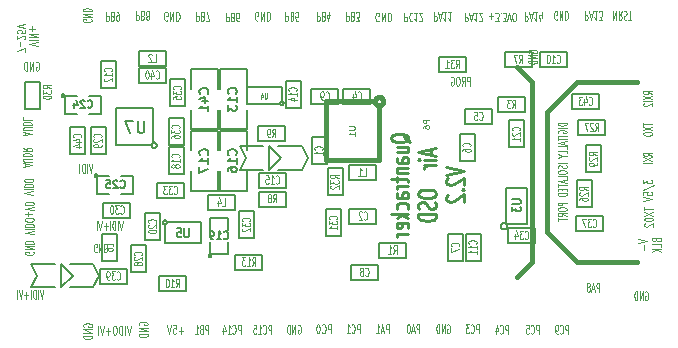
<source format=gbo>
G04 (created by PCBNEW-RS274X (2011-05-25)-stable) date Thu 25 Jun 2015 15:43:25 BST*
G01*
G70*
G90*
%MOIN*%
G04 Gerber Fmt 3.4, Leading zero omitted, Abs format*
%FSLAX34Y34*%
G04 APERTURE LIST*
%ADD10C,0.006000*%
%ADD11C,0.004900*%
%ADD12C,0.004300*%
%ADD13C,0.009900*%
%ADD14C,0.015000*%
%ADD15C,0.005900*%
%ADD16C,0.005000*%
%ADD17C,0.008000*%
%ADD18C,0.003000*%
%ADD19C,0.004500*%
G04 APERTURE END LIST*
G54D10*
G54D11*
X-01411Y09240D02*
X-01411Y09371D01*
X-01687Y09287D01*
X-01582Y09447D02*
X-01582Y09597D01*
X-01437Y09682D02*
X-01424Y09691D01*
X-01411Y09710D01*
X-01411Y09757D01*
X-01424Y09775D01*
X-01437Y09785D01*
X-01463Y09794D01*
X-01490Y09794D01*
X-01529Y09785D01*
X-01687Y09672D01*
X-01687Y09794D01*
X-01411Y09973D02*
X-01411Y09879D01*
X-01542Y09870D01*
X-01529Y09879D01*
X-01516Y09898D01*
X-01516Y09945D01*
X-01529Y09963D01*
X-01542Y09973D01*
X-01568Y09982D01*
X-01634Y09982D01*
X-01660Y09973D01*
X-01674Y09963D01*
X-01687Y09945D01*
X-01687Y09898D01*
X-01674Y09879D01*
X-01660Y09870D01*
X-01411Y10039D02*
X-01687Y10104D01*
X-01411Y10170D01*
X19024Y03012D02*
X19319Y02947D01*
X19024Y02881D01*
X19207Y02815D02*
X19207Y02665D01*
X19626Y02988D02*
X19640Y02960D01*
X19654Y02951D01*
X19683Y02942D01*
X19725Y02942D01*
X19753Y02951D01*
X19767Y02960D01*
X19781Y02979D01*
X19781Y03054D01*
X19486Y03054D01*
X19486Y02988D01*
X19500Y02970D01*
X19514Y02960D01*
X19542Y02951D01*
X19570Y02951D01*
X19598Y02960D01*
X19612Y02970D01*
X19626Y02988D01*
X19626Y03054D01*
X19781Y02763D02*
X19781Y02857D01*
X19486Y02857D01*
X19781Y02698D02*
X19486Y02698D01*
X19781Y02586D02*
X19612Y02670D01*
X19486Y02586D02*
X19654Y02698D01*
X19224Y04088D02*
X19224Y03976D01*
X19519Y04032D02*
X19224Y04032D01*
X19224Y03929D02*
X19519Y03798D01*
X19224Y03798D02*
X19519Y03929D01*
X19224Y03685D02*
X19224Y03666D01*
X19238Y03647D01*
X19252Y03638D01*
X19280Y03628D01*
X19336Y03619D01*
X19407Y03619D01*
X19463Y03628D01*
X19491Y03638D01*
X19505Y03647D01*
X19519Y03666D01*
X19519Y03685D01*
X19505Y03703D01*
X19491Y03713D01*
X19463Y03722D01*
X19407Y03731D01*
X19336Y03731D01*
X19280Y03722D01*
X19252Y03713D01*
X19238Y03703D01*
X19224Y03685D01*
X19252Y03543D02*
X19238Y03534D01*
X19224Y03515D01*
X19224Y03468D01*
X19238Y03450D01*
X19252Y03440D01*
X19280Y03431D01*
X19308Y03431D01*
X19350Y03440D01*
X19519Y03553D01*
X19519Y03431D01*
X19199Y04997D02*
X19199Y04875D01*
X19311Y04941D01*
X19311Y04912D01*
X19325Y04894D01*
X19339Y04884D01*
X19367Y04875D01*
X19438Y04875D01*
X19466Y04884D01*
X19480Y04894D01*
X19494Y04912D01*
X19494Y04969D01*
X19480Y04987D01*
X19466Y04997D01*
X19185Y04649D02*
X19564Y04818D01*
X19199Y04490D02*
X19199Y04584D01*
X19339Y04593D01*
X19325Y04584D01*
X19311Y04565D01*
X19311Y04518D01*
X19325Y04500D01*
X19339Y04490D01*
X19367Y04481D01*
X19438Y04481D01*
X19466Y04490D01*
X19480Y04500D01*
X19494Y04518D01*
X19494Y04565D01*
X19480Y04584D01*
X19466Y04593D01*
X19199Y04424D02*
X19494Y04359D01*
X19199Y04293D01*
X03853Y-00032D02*
X03703Y-00032D01*
X03778Y-00144D02*
X03778Y00081D01*
X03515Y00151D02*
X03609Y00151D01*
X03618Y00011D01*
X03609Y00025D01*
X03590Y00039D01*
X03543Y00039D01*
X03525Y00025D01*
X03515Y00011D01*
X03506Y-00017D01*
X03506Y-00088D01*
X03515Y-00116D01*
X03525Y-00130D01*
X03543Y-00144D01*
X03590Y-00144D01*
X03609Y-00130D01*
X03618Y-00116D01*
X03449Y00151D02*
X03384Y-00144D01*
X03318Y00151D01*
X02388Y00150D02*
X02374Y00169D01*
X02374Y00197D01*
X02388Y00225D01*
X02416Y00244D01*
X02444Y00253D01*
X02500Y00262D01*
X02542Y00262D01*
X02599Y00253D01*
X02627Y00244D01*
X02655Y00225D01*
X02669Y00197D01*
X02669Y00178D01*
X02655Y00150D01*
X02641Y00141D01*
X02542Y00141D01*
X02542Y00178D01*
X02669Y00056D02*
X02374Y00056D01*
X02669Y-00056D01*
X02374Y-00056D01*
X02669Y-00150D02*
X02374Y-00150D01*
X02374Y-00197D01*
X02388Y-00225D01*
X02416Y-00244D01*
X02444Y-00253D01*
X02500Y-00262D01*
X02542Y-00262D01*
X02599Y-00253D01*
X02627Y-00244D01*
X02655Y-00225D01*
X02669Y-00197D01*
X02669Y-00150D01*
X02117Y00126D02*
X02052Y-00169D01*
X01986Y00126D01*
X01920Y-00169D02*
X01920Y00126D01*
X01826Y-00169D02*
X01826Y00126D01*
X01779Y00126D01*
X01751Y00112D01*
X01732Y00084D01*
X01723Y00056D01*
X01714Y00000D01*
X01714Y-00042D01*
X01723Y-00099D01*
X01732Y-00127D01*
X01751Y-00155D01*
X01779Y-00169D01*
X01826Y-00169D01*
X01592Y00126D02*
X01554Y00126D01*
X01535Y00112D01*
X01517Y00084D01*
X01507Y00028D01*
X01507Y-00071D01*
X01517Y-00127D01*
X01535Y-00155D01*
X01554Y-00169D01*
X01592Y-00169D01*
X01610Y-00155D01*
X01629Y-00127D01*
X01638Y-00071D01*
X01638Y00028D01*
X01629Y00084D01*
X01610Y00112D01*
X01592Y00126D01*
X01423Y-00057D02*
X01273Y-00057D01*
X01348Y-00169D02*
X01348Y00056D01*
X01207Y00126D02*
X01142Y-00169D01*
X01076Y00126D01*
X01010Y-00169D02*
X01010Y00126D01*
X10375Y10288D02*
X10356Y10274D01*
X10328Y10274D01*
X10300Y10288D01*
X10281Y10316D01*
X10272Y10344D01*
X10263Y10400D01*
X10263Y10442D01*
X10272Y10499D01*
X10281Y10527D01*
X10300Y10555D01*
X10328Y10569D01*
X10347Y10569D01*
X10375Y10555D01*
X10384Y10541D01*
X10384Y10442D01*
X10347Y10442D01*
X10469Y10569D02*
X10469Y10274D01*
X10581Y10569D01*
X10581Y10274D01*
X10675Y10569D02*
X10675Y10274D01*
X10722Y10274D01*
X10750Y10288D01*
X10769Y10316D01*
X10778Y10344D01*
X10787Y10400D01*
X10787Y10442D01*
X10778Y10499D01*
X10769Y10527D01*
X10750Y10555D01*
X10722Y10569D01*
X10675Y10569D01*
X06350Y10313D02*
X06331Y10299D01*
X06303Y10299D01*
X06275Y10313D01*
X06256Y10341D01*
X06247Y10369D01*
X06238Y10425D01*
X06238Y10467D01*
X06247Y10524D01*
X06256Y10552D01*
X06275Y10580D01*
X06303Y10594D01*
X06322Y10594D01*
X06350Y10580D01*
X06359Y10566D01*
X06359Y10467D01*
X06322Y10467D01*
X06444Y10594D02*
X06444Y10299D01*
X06556Y10594D01*
X06556Y10299D01*
X06650Y10594D02*
X06650Y10299D01*
X06697Y10299D01*
X06725Y10313D01*
X06744Y10341D01*
X06753Y10369D01*
X06762Y10425D01*
X06762Y10467D01*
X06753Y10524D01*
X06744Y10552D01*
X06725Y10580D01*
X06697Y10594D01*
X06650Y10594D01*
X03325Y10313D02*
X03306Y10299D01*
X03278Y10299D01*
X03250Y10313D01*
X03231Y10341D01*
X03222Y10369D01*
X03213Y10425D01*
X03213Y10467D01*
X03222Y10524D01*
X03231Y10552D01*
X03250Y10580D01*
X03278Y10594D01*
X03297Y10594D01*
X03325Y10580D01*
X03334Y10566D01*
X03334Y10467D01*
X03297Y10467D01*
X03419Y10594D02*
X03419Y10299D01*
X03531Y10594D01*
X03531Y10299D01*
X03625Y10594D02*
X03625Y10299D01*
X03672Y10299D01*
X03700Y10313D01*
X03719Y10341D01*
X03728Y10369D01*
X03737Y10425D01*
X03737Y10467D01*
X03728Y10524D01*
X03719Y10552D01*
X03700Y10580D01*
X03672Y10594D01*
X03625Y10594D01*
X00538Y00100D02*
X00524Y00119D01*
X00524Y00147D01*
X00538Y00175D01*
X00566Y00194D01*
X00594Y00203D01*
X00650Y00212D01*
X00692Y00212D01*
X00749Y00203D01*
X00777Y00194D01*
X00805Y00175D01*
X00819Y00147D01*
X00819Y00128D01*
X00805Y00100D01*
X00791Y00091D01*
X00692Y00091D01*
X00692Y00128D01*
X00819Y00006D02*
X00524Y00006D01*
X00819Y-00106D01*
X00524Y-00106D01*
X00819Y-00200D02*
X00524Y-00200D01*
X00524Y-00247D01*
X00538Y-00275D01*
X00566Y-00294D01*
X00594Y-00303D01*
X00650Y-00312D01*
X00692Y-00312D01*
X00749Y-00303D01*
X00777Y-00294D01*
X00805Y-00275D01*
X00819Y-00247D01*
X00819Y-00200D01*
X-01050Y08912D02*
X-01031Y08926D01*
X-01003Y08926D01*
X-00975Y08912D01*
X-00956Y08884D01*
X-00947Y08856D01*
X-00938Y08800D01*
X-00938Y08758D01*
X-00947Y08701D01*
X-00956Y08673D01*
X-00975Y08645D01*
X-01003Y08631D01*
X-01022Y08631D01*
X-01050Y08645D01*
X-01059Y08659D01*
X-01059Y08758D01*
X-01022Y08758D01*
X-01144Y08631D02*
X-01144Y08926D01*
X-01256Y08631D01*
X-01256Y08926D01*
X-01350Y08631D02*
X-01350Y08926D01*
X-01397Y08926D01*
X-01425Y08912D01*
X-01444Y08884D01*
X-01453Y08856D01*
X-01462Y08800D01*
X-01462Y08758D01*
X-01453Y08701D01*
X-01444Y08673D01*
X-01425Y08645D01*
X-01397Y08631D01*
X-01350Y08631D01*
X-00999Y09463D02*
X-01294Y09528D01*
X-00999Y09594D01*
X-01294Y09660D02*
X-00999Y09660D01*
X-01294Y09754D02*
X-00999Y09754D01*
X-01294Y09866D01*
X-00999Y09866D01*
X-01182Y09960D02*
X-01182Y10110D01*
X-01294Y10035D02*
X-01069Y10035D01*
G54D12*
X00787Y10344D02*
X00801Y10327D01*
X00801Y10303D01*
X00787Y10278D01*
X00759Y10261D01*
X00731Y10253D01*
X00675Y10245D01*
X00633Y10245D01*
X00576Y10253D01*
X00548Y10261D01*
X00520Y10278D01*
X00506Y10303D01*
X00506Y10319D01*
X00520Y10344D01*
X00534Y10352D01*
X00633Y10352D01*
X00633Y10319D01*
X00506Y10426D02*
X00801Y10426D01*
X00506Y10525D01*
X00801Y10525D01*
X00506Y10607D02*
X00801Y10607D01*
X00801Y10648D01*
X00787Y10673D01*
X00759Y10690D01*
X00731Y10698D01*
X00675Y10706D01*
X00633Y10706D01*
X00576Y10698D01*
X00548Y10690D01*
X00520Y10673D01*
X00506Y10648D01*
X00506Y10607D01*
X01286Y10594D02*
X01286Y10299D01*
X01352Y10299D01*
X01369Y10313D01*
X01377Y10327D01*
X01385Y10355D01*
X01385Y10397D01*
X01377Y10425D01*
X01369Y10439D01*
X01352Y10453D01*
X01286Y10453D01*
X01517Y10439D02*
X01542Y10453D01*
X01550Y10467D01*
X01558Y10496D01*
X01558Y10538D01*
X01550Y10566D01*
X01542Y10580D01*
X01525Y10594D01*
X01459Y10594D01*
X01459Y10299D01*
X01517Y10299D01*
X01533Y10313D01*
X01542Y10327D01*
X01550Y10355D01*
X01550Y10383D01*
X01542Y10411D01*
X01533Y10425D01*
X01517Y10439D01*
X01459Y10439D01*
X01640Y10594D02*
X01673Y10594D01*
X01690Y10580D01*
X01698Y10566D01*
X01715Y10524D01*
X01723Y10467D01*
X01723Y10355D01*
X01715Y10327D01*
X01706Y10313D01*
X01690Y10299D01*
X01657Y10299D01*
X01640Y10313D01*
X01632Y10327D01*
X01624Y10355D01*
X01624Y10425D01*
X01632Y10453D01*
X01640Y10467D01*
X01657Y10482D01*
X01690Y10482D01*
X01706Y10467D01*
X01715Y10453D01*
X01723Y10425D01*
G54D13*
X11420Y06241D02*
X11392Y06278D01*
X11336Y06316D01*
X11251Y06372D01*
X11223Y06409D01*
X11223Y06447D01*
X11364Y06428D02*
X11336Y06466D01*
X11279Y06503D01*
X11167Y06522D01*
X10970Y06522D01*
X10857Y06503D01*
X10801Y06466D01*
X10773Y06428D01*
X10773Y06353D01*
X10801Y06316D01*
X10857Y06278D01*
X10970Y06259D01*
X11167Y06259D01*
X11279Y06278D01*
X11336Y06316D01*
X11364Y06353D01*
X11364Y06428D01*
X10970Y05921D02*
X11364Y05921D01*
X10970Y06090D02*
X11279Y06090D01*
X11336Y06071D01*
X11364Y06034D01*
X11364Y05978D01*
X11336Y05940D01*
X11307Y05921D01*
X11364Y05565D02*
X11054Y05565D01*
X10998Y05584D01*
X10970Y05622D01*
X10970Y05697D01*
X10998Y05734D01*
X11336Y05565D02*
X11364Y05603D01*
X11364Y05697D01*
X11336Y05734D01*
X11279Y05753D01*
X11223Y05753D01*
X11167Y05734D01*
X11139Y05697D01*
X11139Y05603D01*
X11110Y05565D01*
X10970Y05378D02*
X11364Y05378D01*
X11026Y05378D02*
X10998Y05359D01*
X10970Y05322D01*
X10970Y05266D01*
X10998Y05228D01*
X11054Y05209D01*
X11364Y05209D01*
X10970Y05078D02*
X10970Y04928D01*
X10773Y05022D02*
X11279Y05022D01*
X11336Y05003D01*
X11364Y04966D01*
X11364Y04928D01*
X11364Y04797D02*
X10970Y04797D01*
X11082Y04797D02*
X11026Y04778D01*
X10998Y04760D01*
X10970Y04722D01*
X10970Y04685D01*
X11364Y04384D02*
X11054Y04384D01*
X10998Y04403D01*
X10970Y04441D01*
X10970Y04516D01*
X10998Y04553D01*
X11336Y04384D02*
X11364Y04422D01*
X11364Y04516D01*
X11336Y04553D01*
X11279Y04572D01*
X11223Y04572D01*
X11167Y04553D01*
X11139Y04516D01*
X11139Y04422D01*
X11110Y04384D01*
X11336Y04028D02*
X11364Y04066D01*
X11364Y04141D01*
X11336Y04178D01*
X11307Y04197D01*
X11251Y04216D01*
X11082Y04216D01*
X11026Y04197D01*
X10998Y04178D01*
X10970Y04141D01*
X10970Y04066D01*
X10998Y04028D01*
X11364Y03859D02*
X10773Y03859D01*
X11139Y03822D02*
X11364Y03709D01*
X10970Y03709D02*
X11195Y03859D01*
X11336Y03390D02*
X11364Y03428D01*
X11364Y03503D01*
X11336Y03540D01*
X11279Y03559D01*
X11054Y03559D01*
X10998Y03540D01*
X10970Y03503D01*
X10970Y03428D01*
X10998Y03390D01*
X11054Y03371D01*
X11110Y03371D01*
X11167Y03559D01*
X11364Y03202D02*
X10970Y03202D01*
X11082Y03202D02*
X11026Y03183D01*
X10998Y03165D01*
X10970Y03127D01*
X10970Y03090D01*
X12121Y06026D02*
X12121Y05838D01*
X12290Y06063D02*
X11699Y05932D01*
X12290Y05801D01*
X12290Y05669D02*
X11896Y05669D01*
X11699Y05669D02*
X11727Y05688D01*
X11755Y05669D01*
X11727Y05650D01*
X11699Y05669D01*
X11755Y05669D01*
X12290Y05481D02*
X11896Y05481D01*
X12008Y05481D02*
X11952Y05462D01*
X11924Y05444D01*
X11896Y05406D01*
X11896Y05369D01*
X11699Y04562D02*
X11699Y04487D01*
X11727Y04450D01*
X11783Y04412D01*
X11896Y04393D01*
X12093Y04393D01*
X12205Y04412D01*
X12262Y04450D01*
X12290Y04487D01*
X12290Y04562D01*
X12262Y04600D01*
X12205Y04637D01*
X12093Y04656D01*
X11896Y04656D01*
X11783Y04637D01*
X11727Y04600D01*
X11699Y04562D01*
X12262Y04243D02*
X12290Y04187D01*
X12290Y04093D01*
X12262Y04055D01*
X12233Y04037D01*
X12177Y04018D01*
X12121Y04018D01*
X12065Y04037D01*
X12036Y04055D01*
X12008Y04093D01*
X11980Y04168D01*
X11952Y04205D01*
X11924Y04224D01*
X11868Y04243D01*
X11811Y04243D01*
X11755Y04224D01*
X11727Y04205D01*
X11699Y04168D01*
X11699Y04074D01*
X11727Y04018D01*
X12290Y03849D02*
X11699Y03849D01*
X11699Y03755D01*
X11727Y03699D01*
X11783Y03662D01*
X11839Y03643D01*
X11952Y03624D01*
X12036Y03624D01*
X12149Y03643D01*
X12205Y03662D01*
X12262Y03699D01*
X12290Y03755D01*
X12290Y03849D01*
X12625Y05425D02*
X13216Y05294D01*
X12625Y05163D01*
X12681Y05050D02*
X12653Y05031D01*
X12625Y04994D01*
X12625Y04900D01*
X12653Y04862D01*
X12681Y04844D01*
X12737Y04825D01*
X12794Y04825D01*
X12878Y04844D01*
X13216Y05069D01*
X13216Y04825D01*
X13159Y04656D02*
X13188Y04637D01*
X13216Y04656D01*
X13188Y04675D01*
X13159Y04656D01*
X13216Y04656D01*
X12681Y04487D02*
X12653Y04468D01*
X12625Y04431D01*
X12625Y04337D01*
X12653Y04299D01*
X12681Y04281D01*
X12737Y04262D01*
X12794Y04262D01*
X12878Y04281D01*
X13216Y04506D01*
X13216Y04262D01*
G54D14*
X15500Y02250D02*
X15000Y01750D01*
X15500Y08250D02*
X15500Y02250D01*
X15000Y08750D02*
X15500Y08250D01*
X17000Y02250D02*
X19000Y02250D01*
X16000Y03250D02*
X17000Y02250D01*
X17000Y08250D02*
X19000Y08250D01*
X16000Y07250D02*
X17000Y08250D01*
X16000Y07250D02*
X16000Y03250D01*
G54D12*
X16635Y06896D02*
X16340Y06896D01*
X16340Y06855D01*
X16354Y06830D01*
X16382Y06813D01*
X16410Y06805D01*
X16466Y06797D01*
X16508Y06797D01*
X16565Y06805D01*
X16593Y06813D01*
X16621Y06830D01*
X16635Y06855D01*
X16635Y06896D01*
X16635Y06723D02*
X16340Y06723D01*
X16354Y06550D02*
X16340Y06567D01*
X16340Y06591D01*
X16354Y06616D01*
X16382Y06633D01*
X16410Y06641D01*
X16466Y06649D01*
X16508Y06649D01*
X16565Y06641D01*
X16593Y06633D01*
X16621Y06616D01*
X16635Y06591D01*
X16635Y06575D01*
X16621Y06550D01*
X16607Y06542D01*
X16508Y06542D01*
X16508Y06575D01*
X16635Y06468D02*
X16340Y06468D01*
X16340Y06411D02*
X16340Y06312D01*
X16635Y06361D02*
X16340Y06361D01*
X16551Y06262D02*
X16551Y06180D01*
X16635Y06279D02*
X16340Y06221D01*
X16635Y06163D01*
X16635Y06023D02*
X16635Y06106D01*
X16340Y06106D01*
X16635Y05883D02*
X16635Y05966D01*
X16340Y05966D01*
X16494Y05793D02*
X16635Y05793D01*
X16340Y05851D02*
X16494Y05793D01*
X16340Y05735D01*
X16635Y05546D02*
X16340Y05546D01*
X16621Y05472D02*
X16635Y05447D01*
X16635Y05406D01*
X16621Y05390D01*
X16607Y05381D01*
X16579Y05373D01*
X16551Y05373D01*
X16523Y05381D01*
X16508Y05390D01*
X16494Y05406D01*
X16480Y05439D01*
X16466Y05456D01*
X16452Y05464D01*
X16424Y05472D01*
X16396Y05472D01*
X16368Y05464D01*
X16354Y05456D01*
X16340Y05439D01*
X16340Y05398D01*
X16354Y05373D01*
X16340Y05266D02*
X16340Y05233D01*
X16354Y05216D01*
X16382Y05200D01*
X16438Y05192D01*
X16537Y05192D01*
X16593Y05200D01*
X16621Y05216D01*
X16635Y05233D01*
X16635Y05266D01*
X16621Y05282D01*
X16593Y05299D01*
X16537Y05307D01*
X16438Y05307D01*
X16382Y05299D01*
X16354Y05282D01*
X16340Y05266D01*
X16635Y05035D02*
X16635Y05118D01*
X16340Y05118D01*
X16551Y04986D02*
X16551Y04904D01*
X16635Y05003D02*
X16340Y04945D01*
X16635Y04887D01*
X16340Y04855D02*
X16340Y04756D01*
X16635Y04805D02*
X16340Y04805D01*
X16480Y04698D02*
X16480Y04640D01*
X16635Y04615D02*
X16635Y04698D01*
X16340Y04698D01*
X16340Y04615D01*
X16635Y04541D02*
X16340Y04541D01*
X16340Y04500D01*
X16354Y04475D01*
X16382Y04458D01*
X16410Y04450D01*
X16466Y04442D01*
X16508Y04442D01*
X16565Y04450D01*
X16593Y04458D01*
X16621Y04475D01*
X16635Y04500D01*
X16635Y04541D01*
X16635Y04236D02*
X16340Y04236D01*
X16340Y04170D01*
X16354Y04153D01*
X16368Y04145D01*
X16396Y04137D01*
X16438Y04137D01*
X16466Y04145D01*
X16480Y04153D01*
X16494Y04170D01*
X16494Y04236D01*
X16340Y04030D02*
X16340Y03997D01*
X16354Y03980D01*
X16382Y03964D01*
X16438Y03956D01*
X16537Y03956D01*
X16593Y03964D01*
X16621Y03980D01*
X16635Y03997D01*
X16635Y04030D01*
X16621Y04046D01*
X16593Y04063D01*
X16537Y04071D01*
X16438Y04071D01*
X16382Y04063D01*
X16354Y04046D01*
X16340Y04030D01*
X16635Y03783D02*
X16494Y03841D01*
X16635Y03882D02*
X16340Y03882D01*
X16340Y03816D01*
X16354Y03799D01*
X16368Y03791D01*
X16396Y03783D01*
X16438Y03783D01*
X16466Y03791D01*
X16480Y03799D01*
X16494Y03816D01*
X16494Y03882D01*
X16340Y03734D02*
X16340Y03635D01*
X16635Y03684D02*
X16340Y03684D01*
X19494Y07852D02*
X19353Y07910D01*
X19494Y07951D02*
X19199Y07951D01*
X19199Y07885D01*
X19213Y07868D01*
X19227Y07860D01*
X19255Y07852D01*
X19297Y07852D01*
X19325Y07860D01*
X19339Y07868D01*
X19353Y07885D01*
X19353Y07951D01*
X19199Y07794D02*
X19494Y07679D01*
X19199Y07679D02*
X19494Y07794D01*
X19494Y07613D02*
X19199Y07613D01*
X19227Y07539D02*
X19213Y07531D01*
X19199Y07514D01*
X19199Y07473D01*
X19213Y07457D01*
X19227Y07448D01*
X19255Y07440D01*
X19283Y07440D01*
X19325Y07448D01*
X19494Y07547D01*
X19494Y07440D01*
X19199Y06898D02*
X19199Y06799D01*
X19494Y06848D02*
X19199Y06848D01*
X19199Y06757D02*
X19494Y06642D01*
X19199Y06642D02*
X19494Y06757D01*
X19199Y06543D02*
X19199Y06510D01*
X19213Y06493D01*
X19241Y06477D01*
X19297Y06469D01*
X19396Y06469D01*
X19452Y06477D01*
X19480Y06493D01*
X19494Y06510D01*
X19494Y06543D01*
X19480Y06559D01*
X19452Y06576D01*
X19396Y06584D01*
X19297Y06584D01*
X19241Y06576D01*
X19213Y06559D01*
X19199Y06543D01*
X19494Y05795D02*
X19353Y05853D01*
X19494Y05894D02*
X19199Y05894D01*
X19199Y05828D01*
X19213Y05811D01*
X19227Y05803D01*
X19255Y05795D01*
X19297Y05795D01*
X19325Y05803D01*
X19339Y05811D01*
X19353Y05828D01*
X19353Y05894D01*
X19199Y05737D02*
X19494Y05622D01*
X19199Y05622D02*
X19494Y05737D01*
X19494Y05556D02*
X19199Y05556D01*
X-01138Y02594D02*
X-01124Y02577D01*
X-01124Y02553D01*
X-01138Y02528D01*
X-01166Y02511D01*
X-01194Y02503D01*
X-01250Y02495D01*
X-01292Y02495D01*
X-01349Y02503D01*
X-01377Y02511D01*
X-01405Y02528D01*
X-01419Y02553D01*
X-01419Y02569D01*
X-01405Y02594D01*
X-01391Y02602D01*
X-01292Y02602D01*
X-01292Y02569D01*
X-01419Y02676D02*
X-01124Y02676D01*
X-01419Y02775D01*
X-01124Y02775D01*
X-01419Y02857D02*
X-01124Y02857D01*
X-01124Y02898D01*
X-01138Y02923D01*
X-01166Y02940D01*
X-01194Y02948D01*
X-01250Y02956D01*
X-01292Y02956D01*
X-01349Y02948D01*
X-01377Y02940D01*
X-01405Y02923D01*
X-01419Y02898D01*
X-01419Y02857D01*
X00969Y02588D02*
X00952Y02574D01*
X00928Y02574D01*
X00903Y02588D01*
X00886Y02616D01*
X00878Y02644D01*
X00870Y02700D01*
X00870Y02742D01*
X00878Y02799D01*
X00886Y02827D01*
X00903Y02855D01*
X00928Y02869D01*
X00944Y02869D01*
X00969Y02855D01*
X00977Y02841D01*
X00977Y02742D01*
X00944Y02742D01*
X01051Y02869D02*
X01051Y02574D01*
X01150Y02869D01*
X01150Y02574D01*
X01232Y02869D02*
X01232Y02574D01*
X01273Y02574D01*
X01298Y02588D01*
X01315Y02616D01*
X01323Y02644D01*
X01331Y02700D01*
X01331Y02742D01*
X01323Y02799D01*
X01315Y02827D01*
X01298Y02855D01*
X01273Y02869D01*
X01232Y02869D01*
X01848Y03626D02*
X01790Y03331D01*
X01732Y03626D01*
X01675Y03331D02*
X01675Y03626D01*
X01593Y03331D02*
X01593Y03626D01*
X01552Y03626D01*
X01527Y03612D01*
X01510Y03584D01*
X01502Y03556D01*
X01494Y03500D01*
X01494Y03458D01*
X01502Y03401D01*
X01510Y03373D01*
X01527Y03345D01*
X01552Y03331D01*
X01593Y03331D01*
X01420Y03331D02*
X01420Y03626D01*
X01338Y03443D02*
X01206Y03443D01*
X01272Y03331D02*
X01272Y03556D01*
X01149Y03626D02*
X01091Y03331D01*
X01033Y03626D01*
X00976Y03331D02*
X00976Y03626D01*
X-01124Y03178D02*
X-01419Y03236D01*
X-01124Y03294D01*
X-01419Y03351D02*
X-01124Y03351D01*
X-01419Y03433D02*
X-01124Y03433D01*
X-01124Y03474D01*
X-01138Y03499D01*
X-01166Y03516D01*
X-01194Y03524D01*
X-01250Y03532D01*
X-01292Y03532D01*
X-01349Y03524D01*
X-01377Y03516D01*
X-01405Y03499D01*
X-01419Y03474D01*
X-01419Y03433D01*
X-01124Y03639D02*
X-01124Y03672D01*
X-01138Y03689D01*
X-01166Y03705D01*
X-01222Y03713D01*
X-01321Y03713D01*
X-01377Y03705D01*
X-01405Y03689D01*
X-01419Y03672D01*
X-01419Y03639D01*
X-01405Y03623D01*
X-01377Y03606D01*
X-01321Y03598D01*
X-01222Y03598D01*
X-01166Y03606D01*
X-01138Y03623D01*
X-01124Y03639D01*
X-01307Y03787D02*
X-01307Y03919D01*
X-01419Y03853D02*
X-01194Y03853D01*
X-01124Y03976D02*
X-01419Y04034D01*
X-01124Y04092D01*
X-01124Y04182D02*
X-01124Y04215D01*
X-01138Y04232D01*
X-01166Y04248D01*
X-01222Y04256D01*
X-01321Y04256D01*
X-01377Y04248D01*
X-01405Y04232D01*
X-01419Y04215D01*
X-01419Y04182D01*
X-01405Y04166D01*
X-01377Y04149D01*
X-01321Y04141D01*
X-01222Y04141D01*
X-01166Y04149D01*
X-01138Y04166D01*
X-01124Y04182D01*
X00826Y05526D02*
X00768Y05231D01*
X00710Y05526D01*
X00653Y05231D02*
X00653Y05526D01*
X00571Y05231D02*
X00571Y05526D01*
X00530Y05526D01*
X00505Y05512D01*
X00488Y05484D01*
X00480Y05456D01*
X00472Y05400D01*
X00472Y05358D01*
X00480Y05301D01*
X00488Y05273D01*
X00505Y05245D01*
X00530Y05231D01*
X00571Y05231D01*
X00398Y05231D02*
X00398Y05526D01*
X-01149Y04499D02*
X-01444Y04557D01*
X-01149Y04615D01*
X-01444Y04672D02*
X-01149Y04672D01*
X-01444Y04754D02*
X-01149Y04754D01*
X-01149Y04795D01*
X-01163Y04820D01*
X-01191Y04837D01*
X-01219Y04845D01*
X-01275Y04853D01*
X-01317Y04853D01*
X-01374Y04845D01*
X-01402Y04837D01*
X-01430Y04820D01*
X-01444Y04795D01*
X-01444Y04754D01*
X-01149Y04960D02*
X-01149Y04993D01*
X-01163Y05010D01*
X-01191Y05026D01*
X-01247Y05034D01*
X-01346Y05034D01*
X-01402Y05026D01*
X-01430Y05010D01*
X-01444Y04993D01*
X-01444Y04960D01*
X-01430Y04944D01*
X-01402Y04927D01*
X-01346Y04919D01*
X-01247Y04919D01*
X-01191Y04927D01*
X-01163Y04944D01*
X-01149Y04960D01*
X-01410Y05446D02*
X-01410Y05528D01*
X-01494Y05429D02*
X-01199Y05487D01*
X-01494Y05545D01*
X-01199Y05602D02*
X-01438Y05602D01*
X-01466Y05610D01*
X-01480Y05619D01*
X-01494Y05635D01*
X-01494Y05668D01*
X-01480Y05685D01*
X-01466Y05693D01*
X-01438Y05701D01*
X-01199Y05701D01*
X-01494Y05783D02*
X-01199Y05783D01*
X-01199Y05824D01*
X-01213Y05849D01*
X-01241Y05866D01*
X-01269Y05874D01*
X-01325Y05882D01*
X-01367Y05882D01*
X-01424Y05874D01*
X-01452Y05866D01*
X-01480Y05849D01*
X-01494Y05824D01*
X-01494Y05783D01*
X-01494Y06055D02*
X-01353Y05997D01*
X-01494Y05956D02*
X-01199Y05956D01*
X-01199Y06022D01*
X-01213Y06039D01*
X-01227Y06047D01*
X-01255Y06055D01*
X-01297Y06055D01*
X-01325Y06047D01*
X-01339Y06039D01*
X-01353Y06022D01*
X-01353Y05956D01*
X-01410Y06487D02*
X-01410Y06569D01*
X-01494Y06470D02*
X-01199Y06528D01*
X-01494Y06586D01*
X-01199Y06643D02*
X-01438Y06643D01*
X-01466Y06651D01*
X-01480Y06660D01*
X-01494Y06676D01*
X-01494Y06709D01*
X-01480Y06726D01*
X-01466Y06734D01*
X-01438Y06742D01*
X-01199Y06742D01*
X-01494Y06824D02*
X-01199Y06824D01*
X-01199Y06865D01*
X-01213Y06890D01*
X-01241Y06907D01*
X-01269Y06915D01*
X-01325Y06923D01*
X-01367Y06923D01*
X-01424Y06915D01*
X-01452Y06907D01*
X-01480Y06890D01*
X-01494Y06865D01*
X-01494Y06824D01*
X-01494Y07080D02*
X-01494Y06997D01*
X-01199Y06997D01*
X19256Y01262D02*
X19273Y01276D01*
X19297Y01276D01*
X19322Y01262D01*
X19339Y01234D01*
X19347Y01206D01*
X19355Y01150D01*
X19355Y01108D01*
X19347Y01051D01*
X19339Y01023D01*
X19322Y00995D01*
X19297Y00981D01*
X19281Y00981D01*
X19256Y00995D01*
X19248Y01009D01*
X19248Y01108D01*
X19281Y01108D01*
X19174Y00981D02*
X19174Y01276D01*
X19075Y00981D01*
X19075Y01276D01*
X18993Y00981D02*
X18993Y01276D01*
X18952Y01276D01*
X18927Y01262D01*
X18910Y01234D01*
X18902Y01206D01*
X18894Y01150D01*
X18894Y01108D01*
X18902Y01051D01*
X18910Y01023D01*
X18927Y00995D01*
X18952Y00981D01*
X18993Y00981D01*
X17727Y01256D02*
X17727Y01551D01*
X17661Y01551D01*
X17644Y01537D01*
X17636Y01523D01*
X17628Y01495D01*
X17628Y01453D01*
X17636Y01425D01*
X17644Y01411D01*
X17661Y01397D01*
X17727Y01397D01*
X17562Y01340D02*
X17480Y01340D01*
X17579Y01256D02*
X17521Y01551D01*
X17463Y01256D01*
X17381Y01425D02*
X17398Y01439D01*
X17406Y01453D01*
X17414Y01481D01*
X17414Y01495D01*
X17406Y01523D01*
X17398Y01537D01*
X17381Y01551D01*
X17348Y01551D01*
X17332Y01537D01*
X17323Y01523D01*
X17315Y01495D01*
X17315Y01481D01*
X17323Y01453D01*
X17332Y01439D01*
X17348Y01425D01*
X17381Y01425D01*
X17398Y01411D01*
X17406Y01397D01*
X17414Y01368D01*
X17414Y01312D01*
X17406Y01284D01*
X17398Y01270D01*
X17381Y01256D01*
X17348Y01256D01*
X17332Y01270D01*
X17323Y01284D01*
X17315Y01312D01*
X17315Y01368D01*
X17323Y01397D01*
X17332Y01411D01*
X17348Y01425D01*
X16689Y-00144D02*
X16689Y00151D01*
X16623Y00151D01*
X16606Y00137D01*
X16598Y00123D01*
X16590Y00095D01*
X16590Y00053D01*
X16598Y00025D01*
X16606Y00011D01*
X16623Y-00003D01*
X16689Y-00003D01*
X16417Y-00116D02*
X16425Y-00130D01*
X16450Y-00144D01*
X16466Y-00144D01*
X16491Y-00130D01*
X16508Y-00102D01*
X16516Y-00074D01*
X16524Y-00017D01*
X16524Y00025D01*
X16516Y00081D01*
X16508Y00109D01*
X16491Y00137D01*
X16466Y00151D01*
X16450Y00151D01*
X16425Y00137D01*
X16417Y00123D01*
X16335Y-00144D02*
X16302Y-00144D01*
X16285Y-00130D01*
X16277Y-00116D01*
X16260Y-00074D01*
X16252Y-00017D01*
X16252Y00095D01*
X16260Y00123D01*
X16269Y00137D01*
X16285Y00151D01*
X16318Y00151D01*
X16335Y00137D01*
X16343Y00123D01*
X16351Y00095D01*
X16351Y00025D01*
X16343Y-00003D01*
X16335Y-00017D01*
X16318Y-00032D01*
X16285Y-00032D01*
X16269Y-00017D01*
X16260Y-00003D01*
X16252Y00025D01*
X15714Y-00144D02*
X15714Y00151D01*
X15648Y00151D01*
X15631Y00137D01*
X15623Y00123D01*
X15615Y00095D01*
X15615Y00053D01*
X15623Y00025D01*
X15631Y00011D01*
X15648Y-00003D01*
X15714Y-00003D01*
X15442Y-00116D02*
X15450Y-00130D01*
X15475Y-00144D01*
X15491Y-00144D01*
X15516Y-00130D01*
X15533Y-00102D01*
X15541Y-00074D01*
X15549Y-00017D01*
X15549Y00025D01*
X15541Y00081D01*
X15533Y00109D01*
X15516Y00137D01*
X15491Y00151D01*
X15475Y00151D01*
X15450Y00137D01*
X15442Y00123D01*
X15285Y00151D02*
X15368Y00151D01*
X15376Y00011D01*
X15368Y00025D01*
X15351Y00039D01*
X15310Y00039D01*
X15294Y00025D01*
X15285Y00011D01*
X15277Y-00017D01*
X15277Y-00088D01*
X15285Y-00116D01*
X15294Y-00130D01*
X15310Y-00144D01*
X15351Y-00144D01*
X15368Y-00130D01*
X15376Y-00116D01*
X14689Y-00144D02*
X14689Y00151D01*
X14623Y00151D01*
X14606Y00137D01*
X14598Y00123D01*
X14590Y00095D01*
X14590Y00053D01*
X14598Y00025D01*
X14606Y00011D01*
X14623Y-00003D01*
X14689Y-00003D01*
X14417Y-00116D02*
X14425Y-00130D01*
X14450Y-00144D01*
X14466Y-00144D01*
X14491Y-00130D01*
X14508Y-00102D01*
X14516Y-00074D01*
X14524Y-00017D01*
X14524Y00025D01*
X14516Y00081D01*
X14508Y00109D01*
X14491Y00137D01*
X14466Y00151D01*
X14450Y00151D01*
X14425Y00137D01*
X14417Y00123D01*
X14269Y00053D02*
X14269Y-00144D01*
X14310Y00165D02*
X14351Y-00046D01*
X14244Y-00046D01*
X13714Y-00119D02*
X13714Y00176D01*
X13648Y00176D01*
X13631Y00162D01*
X13623Y00148D01*
X13615Y00120D01*
X13615Y00078D01*
X13623Y00050D01*
X13631Y00036D01*
X13648Y00022D01*
X13714Y00022D01*
X13442Y-00091D02*
X13450Y-00105D01*
X13475Y-00119D01*
X13491Y-00119D01*
X13516Y-00105D01*
X13533Y-00077D01*
X13541Y-00049D01*
X13549Y00008D01*
X13549Y00050D01*
X13541Y00106D01*
X13533Y00134D01*
X13516Y00162D01*
X13491Y00176D01*
X13475Y00176D01*
X13450Y00162D01*
X13442Y00148D01*
X13384Y00176D02*
X13277Y00176D01*
X13335Y00064D01*
X13310Y00064D01*
X13294Y00050D01*
X13285Y00036D01*
X13277Y00008D01*
X13277Y-00063D01*
X13285Y-00091D01*
X13294Y-00105D01*
X13310Y-00119D01*
X13360Y-00119D01*
X13376Y-00105D01*
X13384Y-00091D01*
X11727Y-00119D02*
X11727Y00176D01*
X11661Y00176D01*
X11644Y00162D01*
X11636Y00148D01*
X11628Y00120D01*
X11628Y00078D01*
X11636Y00050D01*
X11644Y00036D01*
X11661Y00022D01*
X11727Y00022D01*
X11562Y-00035D02*
X11480Y-00035D01*
X11579Y-00119D02*
X11521Y00176D01*
X11463Y-00119D01*
X11373Y00176D02*
X11356Y00176D01*
X11340Y00162D01*
X11332Y00148D01*
X11323Y00120D01*
X11315Y00064D01*
X11315Y-00007D01*
X11323Y-00063D01*
X11332Y-00091D01*
X11340Y-00105D01*
X11356Y-00119D01*
X11373Y-00119D01*
X11389Y-00105D01*
X11398Y-00091D01*
X11406Y-00063D01*
X11414Y-00007D01*
X11414Y00064D01*
X11406Y00120D01*
X11398Y00148D01*
X11389Y00162D01*
X11373Y00176D01*
X10702Y-00119D02*
X10702Y00176D01*
X10636Y00176D01*
X10619Y00162D01*
X10611Y00148D01*
X10603Y00120D01*
X10603Y00078D01*
X10611Y00050D01*
X10619Y00036D01*
X10636Y00022D01*
X10702Y00022D01*
X10537Y-00035D02*
X10455Y-00035D01*
X10554Y-00119D02*
X10496Y00176D01*
X10438Y-00119D01*
X10290Y-00119D02*
X10389Y-00119D01*
X10340Y-00119D02*
X10340Y00176D01*
X10356Y00134D01*
X10373Y00106D01*
X10389Y00092D01*
X09739Y-00119D02*
X09739Y00176D01*
X09673Y00176D01*
X09656Y00162D01*
X09648Y00148D01*
X09640Y00120D01*
X09640Y00078D01*
X09648Y00050D01*
X09656Y00036D01*
X09673Y00022D01*
X09739Y00022D01*
X09467Y-00091D02*
X09475Y-00105D01*
X09500Y-00119D01*
X09516Y-00119D01*
X09541Y-00105D01*
X09558Y-00077D01*
X09566Y-00049D01*
X09574Y00008D01*
X09574Y00050D01*
X09566Y00106D01*
X09558Y00134D01*
X09541Y00162D01*
X09516Y00176D01*
X09500Y00176D01*
X09475Y00162D01*
X09467Y00148D01*
X09302Y-00119D02*
X09401Y-00119D01*
X09352Y-00119D02*
X09352Y00176D01*
X09368Y00134D01*
X09385Y00106D01*
X09401Y00092D01*
G54D11*
X08794Y-00119D02*
X08794Y00176D01*
X08719Y00176D01*
X08700Y00162D01*
X08691Y00148D01*
X08682Y00120D01*
X08682Y00078D01*
X08691Y00050D01*
X08700Y00036D01*
X08719Y00022D01*
X08794Y00022D01*
X08485Y-00091D02*
X08494Y-00105D01*
X08522Y-00119D01*
X08541Y-00119D01*
X08569Y-00105D01*
X08588Y-00077D01*
X08597Y-00049D01*
X08606Y00008D01*
X08606Y00050D01*
X08597Y00106D01*
X08588Y00134D01*
X08569Y00162D01*
X08541Y00176D01*
X08522Y00176D01*
X08494Y00162D01*
X08485Y00148D01*
X08363Y00176D02*
X08344Y00176D01*
X08325Y00162D01*
X08316Y00148D01*
X08306Y00120D01*
X08297Y00064D01*
X08297Y-00007D01*
X08306Y-00063D01*
X08316Y-00091D01*
X08325Y-00105D01*
X08344Y-00119D01*
X08363Y-00119D01*
X08381Y-00105D01*
X08391Y-00091D01*
X08400Y-00063D01*
X08409Y-00007D01*
X08409Y00064D01*
X08400Y00120D01*
X08391Y00148D01*
X08381Y00162D01*
X08363Y00176D01*
G54D12*
X12656Y00162D02*
X12673Y00176D01*
X12697Y00176D01*
X12722Y00162D01*
X12739Y00134D01*
X12747Y00106D01*
X12755Y00050D01*
X12755Y00008D01*
X12747Y-00049D01*
X12739Y-00077D01*
X12722Y-00105D01*
X12697Y-00119D01*
X12681Y-00119D01*
X12656Y-00105D01*
X12648Y-00091D01*
X12648Y00008D01*
X12681Y00008D01*
X12574Y-00119D02*
X12574Y00176D01*
X12475Y-00119D01*
X12475Y00176D01*
X12393Y-00119D02*
X12393Y00176D01*
X12352Y00176D01*
X12327Y00162D01*
X12310Y00134D01*
X12302Y00106D01*
X12294Y00050D01*
X12294Y00008D01*
X12302Y-00049D01*
X12310Y-00077D01*
X12327Y-00105D01*
X12352Y-00119D01*
X12393Y-00119D01*
X07681Y00137D02*
X07698Y00151D01*
X07722Y00151D01*
X07747Y00137D01*
X07764Y00109D01*
X07772Y00081D01*
X07780Y00025D01*
X07780Y-00017D01*
X07772Y-00074D01*
X07764Y-00102D01*
X07747Y-00130D01*
X07722Y-00144D01*
X07706Y-00144D01*
X07681Y-00130D01*
X07673Y-00116D01*
X07673Y-00017D01*
X07706Y-00017D01*
X07599Y-00144D02*
X07599Y00151D01*
X07500Y-00144D01*
X07500Y00151D01*
X07418Y-00144D02*
X07418Y00151D01*
X07377Y00151D01*
X07352Y00137D01*
X07335Y00109D01*
X07327Y00081D01*
X07319Y00025D01*
X07319Y-00017D01*
X07327Y-00074D01*
X07335Y-00102D01*
X07352Y-00130D01*
X07377Y-00144D01*
X07418Y-00144D01*
X06797Y-00144D02*
X06797Y00151D01*
X06731Y00151D01*
X06714Y00137D01*
X06706Y00123D01*
X06698Y00095D01*
X06698Y00053D01*
X06706Y00025D01*
X06714Y00011D01*
X06731Y-00003D01*
X06797Y-00003D01*
X06525Y-00116D02*
X06533Y-00130D01*
X06558Y-00144D01*
X06574Y-00144D01*
X06599Y-00130D01*
X06616Y-00102D01*
X06624Y-00074D01*
X06632Y-00017D01*
X06632Y00025D01*
X06624Y00081D01*
X06616Y00109D01*
X06599Y00137D01*
X06574Y00151D01*
X06558Y00151D01*
X06533Y00137D01*
X06525Y00123D01*
X06360Y-00144D02*
X06459Y-00144D01*
X06410Y-00144D02*
X06410Y00151D01*
X06426Y00109D01*
X06443Y00081D01*
X06459Y00067D01*
X06203Y00151D02*
X06286Y00151D01*
X06294Y00011D01*
X06286Y00025D01*
X06269Y00039D01*
X06228Y00039D01*
X06212Y00025D01*
X06203Y00011D01*
X06195Y-00017D01*
X06195Y-00088D01*
X06203Y-00116D01*
X06212Y-00130D01*
X06228Y-00144D01*
X06269Y-00144D01*
X06286Y-00130D01*
X06294Y-00116D01*
X05772Y-00144D02*
X05772Y00151D01*
X05706Y00151D01*
X05689Y00137D01*
X05681Y00123D01*
X05673Y00095D01*
X05673Y00053D01*
X05681Y00025D01*
X05689Y00011D01*
X05706Y-00003D01*
X05772Y-00003D01*
X05500Y-00116D02*
X05508Y-00130D01*
X05533Y-00144D01*
X05549Y-00144D01*
X05574Y-00130D01*
X05591Y-00102D01*
X05599Y-00074D01*
X05607Y-00017D01*
X05607Y00025D01*
X05599Y00081D01*
X05591Y00109D01*
X05574Y00137D01*
X05549Y00151D01*
X05533Y00151D01*
X05508Y00137D01*
X05500Y00123D01*
X05335Y-00144D02*
X05434Y-00144D01*
X05385Y-00144D02*
X05385Y00151D01*
X05401Y00109D01*
X05418Y00081D01*
X05434Y00067D01*
X05187Y00053D02*
X05187Y-00144D01*
X05228Y00165D02*
X05269Y-00046D01*
X05162Y-00046D01*
X04689Y-00144D02*
X04689Y00151D01*
X04623Y00151D01*
X04606Y00137D01*
X04598Y00123D01*
X04590Y00095D01*
X04590Y00053D01*
X04598Y00025D01*
X04606Y00011D01*
X04623Y-00003D01*
X04689Y-00003D01*
X04458Y00011D02*
X04433Y-00003D01*
X04425Y-00017D01*
X04417Y-00046D01*
X04417Y-00088D01*
X04425Y-00116D01*
X04433Y-00130D01*
X04450Y-00144D01*
X04516Y-00144D01*
X04516Y00151D01*
X04458Y00151D01*
X04442Y00137D01*
X04433Y00123D01*
X04425Y00095D01*
X04425Y00067D01*
X04433Y00039D01*
X04442Y00025D01*
X04458Y00011D01*
X04516Y00011D01*
X04252Y-00144D02*
X04351Y-00144D01*
X04302Y-00144D02*
X04302Y00151D01*
X04318Y00109D01*
X04335Y00081D01*
X04351Y00067D01*
X-00802Y01326D02*
X-00860Y01031D01*
X-00918Y01326D01*
X-00975Y01031D02*
X-00975Y01326D01*
X-01057Y01031D02*
X-01057Y01326D01*
X-01098Y01326D01*
X-01123Y01312D01*
X-01140Y01284D01*
X-01148Y01256D01*
X-01156Y01200D01*
X-01156Y01158D01*
X-01148Y01101D01*
X-01140Y01073D01*
X-01123Y01045D01*
X-01098Y01031D01*
X-01057Y01031D01*
X-01230Y01031D02*
X-01230Y01326D01*
X-01312Y01143D02*
X-01444Y01143D01*
X-01378Y01031D02*
X-01378Y01256D01*
X-01501Y01326D02*
X-01559Y01031D01*
X-01617Y01326D01*
X-01674Y01031D02*
X-01674Y01326D01*
X16319Y10338D02*
X16302Y10324D01*
X16278Y10324D01*
X16253Y10338D01*
X16236Y10366D01*
X16228Y10394D01*
X16220Y10450D01*
X16220Y10492D01*
X16228Y10549D01*
X16236Y10577D01*
X16253Y10605D01*
X16278Y10619D01*
X16294Y10619D01*
X16319Y10605D01*
X16327Y10591D01*
X16327Y10492D01*
X16294Y10492D01*
X16401Y10619D02*
X16401Y10324D01*
X16500Y10619D01*
X16500Y10324D01*
X16582Y10619D02*
X16582Y10324D01*
X16623Y10324D01*
X16648Y10338D01*
X16665Y10366D01*
X16673Y10394D01*
X16681Y10450D01*
X16681Y10492D01*
X16673Y10549D01*
X16665Y10577D01*
X16648Y10605D01*
X16623Y10619D01*
X16582Y10619D01*
X18191Y10619D02*
X18191Y10324D01*
X18290Y10619D01*
X18290Y10324D01*
X18471Y10619D02*
X18413Y10478D01*
X18372Y10619D02*
X18372Y10324D01*
X18438Y10324D01*
X18455Y10338D01*
X18463Y10352D01*
X18471Y10380D01*
X18471Y10422D01*
X18463Y10450D01*
X18455Y10464D01*
X18438Y10478D01*
X18372Y10478D01*
X18537Y10605D02*
X18562Y10619D01*
X18603Y10619D01*
X18619Y10605D01*
X18628Y10591D01*
X18636Y10563D01*
X18636Y10535D01*
X18628Y10507D01*
X18619Y10492D01*
X18603Y10478D01*
X18570Y10464D01*
X18553Y10450D01*
X18545Y10436D01*
X18537Y10408D01*
X18537Y10380D01*
X18545Y10352D01*
X18553Y10338D01*
X18570Y10324D01*
X18611Y10324D01*
X18636Y10338D01*
X18685Y10324D02*
X18784Y10324D01*
X18735Y10619D02*
X18735Y10324D01*
X17241Y10619D02*
X17241Y10324D01*
X17307Y10324D01*
X17324Y10338D01*
X17332Y10352D01*
X17340Y10380D01*
X17340Y10422D01*
X17332Y10450D01*
X17324Y10464D01*
X17307Y10478D01*
X17241Y10478D01*
X17406Y10535D02*
X17488Y10535D01*
X17389Y10619D02*
X17447Y10324D01*
X17505Y10619D01*
X17653Y10619D02*
X17554Y10619D01*
X17603Y10619D02*
X17603Y10324D01*
X17587Y10366D01*
X17570Y10394D01*
X17554Y10408D01*
X17711Y10324D02*
X17818Y10324D01*
X17760Y10436D01*
X17785Y10436D01*
X17801Y10450D01*
X17810Y10464D01*
X17818Y10492D01*
X17818Y10563D01*
X17810Y10591D01*
X17801Y10605D01*
X17785Y10619D01*
X17735Y10619D01*
X17719Y10605D01*
X17711Y10591D01*
X15369Y09227D02*
X15355Y09244D01*
X15355Y09268D01*
X15369Y09293D01*
X15397Y09310D01*
X15425Y09318D01*
X15481Y09326D01*
X15523Y09326D01*
X15580Y09318D01*
X15608Y09310D01*
X15636Y09293D01*
X15650Y09268D01*
X15650Y09252D01*
X15636Y09227D01*
X15622Y09219D01*
X15523Y09219D01*
X15523Y09252D01*
X15650Y09145D02*
X15355Y09145D01*
X15650Y09046D01*
X15355Y09046D01*
X15650Y08964D02*
X15355Y08964D01*
X15355Y08923D01*
X15369Y08898D01*
X15397Y08881D01*
X15425Y08873D01*
X15481Y08865D01*
X15523Y08865D01*
X15580Y08873D01*
X15608Y08881D01*
X15636Y08898D01*
X15650Y08923D01*
X15650Y08964D01*
X15241Y10594D02*
X15241Y10299D01*
X15307Y10299D01*
X15324Y10313D01*
X15332Y10327D01*
X15340Y10355D01*
X15340Y10397D01*
X15332Y10425D01*
X15324Y10439D01*
X15307Y10453D01*
X15241Y10453D01*
X15406Y10510D02*
X15488Y10510D01*
X15389Y10594D02*
X15447Y10299D01*
X15505Y10594D01*
X15653Y10594D02*
X15554Y10594D01*
X15603Y10594D02*
X15603Y10299D01*
X15587Y10341D01*
X15570Y10369D01*
X15554Y10383D01*
X15801Y10397D02*
X15801Y10594D01*
X15760Y10285D02*
X15719Y10496D01*
X15826Y10496D01*
X14064Y10457D02*
X14196Y10457D01*
X14130Y10569D02*
X14130Y10344D01*
X14262Y10274D02*
X14369Y10274D01*
X14311Y10386D01*
X14336Y10386D01*
X14352Y10400D01*
X14361Y10414D01*
X14369Y10442D01*
X14369Y10513D01*
X14361Y10541D01*
X14352Y10555D01*
X14336Y10569D01*
X14286Y10569D01*
X14270Y10555D01*
X14262Y10541D01*
X14443Y10541D02*
X14451Y10555D01*
X14443Y10569D01*
X14435Y10555D01*
X14443Y10541D01*
X14443Y10569D01*
X14509Y10274D02*
X14616Y10274D01*
X14558Y10386D01*
X14583Y10386D01*
X14599Y10400D01*
X14608Y10414D01*
X14616Y10442D01*
X14616Y10513D01*
X14608Y10541D01*
X14599Y10555D01*
X14583Y10569D01*
X14533Y10569D01*
X14517Y10555D01*
X14509Y10541D01*
X14665Y10274D02*
X14723Y10569D01*
X14781Y10274D01*
X14871Y10274D02*
X14904Y10274D01*
X14921Y10288D01*
X14937Y10316D01*
X14945Y10372D01*
X14945Y10471D01*
X14937Y10527D01*
X14921Y10555D01*
X14904Y10569D01*
X14871Y10569D01*
X14855Y10555D01*
X14838Y10527D01*
X14830Y10471D01*
X14830Y10372D01*
X14838Y10316D01*
X14855Y10288D01*
X14871Y10274D01*
X13241Y10569D02*
X13241Y10274D01*
X13307Y10274D01*
X13324Y10288D01*
X13332Y10302D01*
X13340Y10330D01*
X13340Y10372D01*
X13332Y10400D01*
X13324Y10414D01*
X13307Y10428D01*
X13241Y10428D01*
X13406Y10485D02*
X13488Y10485D01*
X13389Y10569D02*
X13447Y10274D01*
X13505Y10569D01*
X13653Y10569D02*
X13554Y10569D01*
X13603Y10569D02*
X13603Y10274D01*
X13587Y10316D01*
X13570Y10344D01*
X13554Y10358D01*
X13719Y10302D02*
X13727Y10288D01*
X13744Y10274D01*
X13785Y10274D01*
X13801Y10288D01*
X13810Y10302D01*
X13818Y10330D01*
X13818Y10358D01*
X13810Y10400D01*
X13711Y10569D01*
X13818Y10569D01*
X12216Y10594D02*
X12216Y10299D01*
X12282Y10299D01*
X12299Y10313D01*
X12307Y10327D01*
X12315Y10355D01*
X12315Y10397D01*
X12307Y10425D01*
X12299Y10439D01*
X12282Y10453D01*
X12216Y10453D01*
X12381Y10510D02*
X12463Y10510D01*
X12364Y10594D02*
X12422Y10299D01*
X12480Y10594D01*
X12628Y10594D02*
X12529Y10594D01*
X12578Y10594D02*
X12578Y10299D01*
X12562Y10341D01*
X12545Y10369D01*
X12529Y10383D01*
X12793Y10594D02*
X12694Y10594D01*
X12743Y10594D02*
X12743Y10299D01*
X12727Y10341D01*
X12710Y10369D01*
X12694Y10383D01*
X11228Y10569D02*
X11228Y10274D01*
X11294Y10274D01*
X11311Y10288D01*
X11319Y10302D01*
X11327Y10330D01*
X11327Y10372D01*
X11319Y10400D01*
X11311Y10414D01*
X11294Y10428D01*
X11228Y10428D01*
X11500Y10541D02*
X11492Y10555D01*
X11467Y10569D01*
X11451Y10569D01*
X11426Y10555D01*
X11409Y10527D01*
X11401Y10499D01*
X11393Y10442D01*
X11393Y10400D01*
X11401Y10344D01*
X11409Y10316D01*
X11426Y10288D01*
X11451Y10274D01*
X11467Y10274D01*
X11492Y10288D01*
X11500Y10302D01*
X11665Y10569D02*
X11566Y10569D01*
X11615Y10569D02*
X11615Y10274D01*
X11599Y10316D01*
X11582Y10344D01*
X11566Y10358D01*
X11731Y10302D02*
X11739Y10288D01*
X11756Y10274D01*
X11797Y10274D01*
X11813Y10288D01*
X11822Y10302D01*
X11830Y10330D01*
X11830Y10358D01*
X11822Y10400D01*
X11723Y10569D01*
X11830Y10569D01*
X09286Y10594D02*
X09286Y10299D01*
X09352Y10299D01*
X09369Y10313D01*
X09377Y10327D01*
X09385Y10355D01*
X09385Y10397D01*
X09377Y10425D01*
X09369Y10439D01*
X09352Y10453D01*
X09286Y10453D01*
X09517Y10439D02*
X09542Y10453D01*
X09550Y10467D01*
X09558Y10496D01*
X09558Y10538D01*
X09550Y10566D01*
X09542Y10580D01*
X09525Y10594D01*
X09459Y10594D01*
X09459Y10299D01*
X09517Y10299D01*
X09533Y10313D01*
X09542Y10327D01*
X09550Y10355D01*
X09550Y10383D01*
X09542Y10411D01*
X09533Y10425D01*
X09517Y10439D01*
X09459Y10439D01*
X09616Y10299D02*
X09723Y10299D01*
X09665Y10411D01*
X09690Y10411D01*
X09706Y10425D01*
X09715Y10439D01*
X09723Y10467D01*
X09723Y10538D01*
X09715Y10566D01*
X09706Y10580D01*
X09690Y10594D01*
X09640Y10594D01*
X09624Y10580D01*
X09616Y10566D01*
X08311Y10594D02*
X08311Y10299D01*
X08377Y10299D01*
X08394Y10313D01*
X08402Y10327D01*
X08410Y10355D01*
X08410Y10397D01*
X08402Y10425D01*
X08394Y10439D01*
X08377Y10453D01*
X08311Y10453D01*
X08542Y10439D02*
X08567Y10453D01*
X08575Y10467D01*
X08583Y10496D01*
X08583Y10538D01*
X08575Y10566D01*
X08567Y10580D01*
X08550Y10594D01*
X08484Y10594D01*
X08484Y10299D01*
X08542Y10299D01*
X08558Y10313D01*
X08567Y10327D01*
X08575Y10355D01*
X08575Y10383D01*
X08567Y10411D01*
X08558Y10425D01*
X08542Y10439D01*
X08484Y10439D01*
X08731Y10397D02*
X08731Y10594D01*
X08690Y10285D02*
X08649Y10496D01*
X08756Y10496D01*
X07261Y10594D02*
X07261Y10299D01*
X07327Y10299D01*
X07344Y10313D01*
X07352Y10327D01*
X07360Y10355D01*
X07360Y10397D01*
X07352Y10425D01*
X07344Y10439D01*
X07327Y10453D01*
X07261Y10453D01*
X07492Y10439D02*
X07517Y10453D01*
X07525Y10467D01*
X07533Y10496D01*
X07533Y10538D01*
X07525Y10566D01*
X07517Y10580D01*
X07500Y10594D01*
X07434Y10594D01*
X07434Y10299D01*
X07492Y10299D01*
X07508Y10313D01*
X07517Y10327D01*
X07525Y10355D01*
X07525Y10383D01*
X07517Y10411D01*
X07508Y10425D01*
X07492Y10439D01*
X07434Y10439D01*
X07690Y10299D02*
X07607Y10299D01*
X07599Y10439D01*
X07607Y10425D01*
X07624Y10411D01*
X07665Y10411D01*
X07681Y10425D01*
X07690Y10439D01*
X07698Y10467D01*
X07698Y10538D01*
X07690Y10566D01*
X07681Y10580D01*
X07665Y10594D01*
X07624Y10594D01*
X07607Y10580D01*
X07599Y10566D01*
X05286Y10569D02*
X05286Y10274D01*
X05352Y10274D01*
X05369Y10288D01*
X05377Y10302D01*
X05385Y10330D01*
X05385Y10372D01*
X05377Y10400D01*
X05369Y10414D01*
X05352Y10428D01*
X05286Y10428D01*
X05517Y10414D02*
X05542Y10428D01*
X05550Y10442D01*
X05558Y10471D01*
X05558Y10513D01*
X05550Y10541D01*
X05542Y10555D01*
X05525Y10569D01*
X05459Y10569D01*
X05459Y10274D01*
X05517Y10274D01*
X05533Y10288D01*
X05542Y10302D01*
X05550Y10330D01*
X05550Y10358D01*
X05542Y10386D01*
X05533Y10400D01*
X05517Y10414D01*
X05459Y10414D01*
X05706Y10274D02*
X05673Y10274D01*
X05657Y10288D01*
X05649Y10302D01*
X05632Y10344D01*
X05624Y10400D01*
X05624Y10513D01*
X05632Y10541D01*
X05640Y10555D01*
X05657Y10569D01*
X05690Y10569D01*
X05706Y10555D01*
X05715Y10541D01*
X05723Y10513D01*
X05723Y10442D01*
X05715Y10414D01*
X05706Y10400D01*
X05690Y10386D01*
X05657Y10386D01*
X05640Y10400D01*
X05632Y10414D01*
X05624Y10442D01*
X04286Y10594D02*
X04286Y10299D01*
X04352Y10299D01*
X04369Y10313D01*
X04377Y10327D01*
X04385Y10355D01*
X04385Y10397D01*
X04377Y10425D01*
X04369Y10439D01*
X04352Y10453D01*
X04286Y10453D01*
X04517Y10439D02*
X04542Y10453D01*
X04550Y10467D01*
X04558Y10496D01*
X04558Y10538D01*
X04550Y10566D01*
X04542Y10580D01*
X04525Y10594D01*
X04459Y10594D01*
X04459Y10299D01*
X04517Y10299D01*
X04533Y10313D01*
X04542Y10327D01*
X04550Y10355D01*
X04550Y10383D01*
X04542Y10411D01*
X04533Y10425D01*
X04517Y10439D01*
X04459Y10439D01*
X04616Y10299D02*
X04731Y10299D01*
X04657Y10594D01*
X02286Y10619D02*
X02286Y10324D01*
X02352Y10324D01*
X02369Y10338D01*
X02377Y10352D01*
X02385Y10380D01*
X02385Y10422D01*
X02377Y10450D01*
X02369Y10464D01*
X02352Y10478D01*
X02286Y10478D01*
X02517Y10464D02*
X02542Y10478D01*
X02550Y10492D01*
X02558Y10521D01*
X02558Y10563D01*
X02550Y10591D01*
X02542Y10605D01*
X02525Y10619D01*
X02459Y10619D01*
X02459Y10324D01*
X02517Y10324D01*
X02533Y10338D01*
X02542Y10352D01*
X02550Y10380D01*
X02550Y10408D01*
X02542Y10436D01*
X02533Y10450D01*
X02517Y10464D01*
X02459Y10464D01*
X02657Y10450D02*
X02640Y10436D01*
X02632Y10422D01*
X02624Y10394D01*
X02624Y10380D01*
X02632Y10352D01*
X02640Y10338D01*
X02657Y10324D01*
X02690Y10324D01*
X02706Y10338D01*
X02715Y10352D01*
X02723Y10380D01*
X02723Y10394D01*
X02715Y10422D01*
X02706Y10436D01*
X02690Y10450D01*
X02657Y10450D01*
X02640Y10464D01*
X02632Y10478D01*
X02624Y10507D01*
X02624Y10563D01*
X02632Y10591D01*
X02640Y10605D01*
X02657Y10619D01*
X02690Y10619D01*
X02706Y10605D01*
X02715Y10591D01*
X02723Y10563D01*
X02723Y10507D01*
X02715Y10478D01*
X02706Y10464D01*
X02690Y10450D01*
X13409Y08131D02*
X13409Y08426D01*
X13343Y08426D01*
X13326Y08412D01*
X13318Y08398D01*
X13310Y08370D01*
X13310Y08328D01*
X13318Y08300D01*
X13326Y08286D01*
X13343Y08272D01*
X13409Y08272D01*
X13137Y08131D02*
X13195Y08272D01*
X13236Y08131D02*
X13236Y08426D01*
X13170Y08426D01*
X13153Y08412D01*
X13145Y08398D01*
X13137Y08370D01*
X13137Y08328D01*
X13145Y08300D01*
X13153Y08286D01*
X13170Y08272D01*
X13236Y08272D01*
X13030Y08426D02*
X12997Y08426D01*
X12980Y08412D01*
X12964Y08384D01*
X12956Y08328D01*
X12956Y08229D01*
X12964Y08173D01*
X12980Y08145D01*
X12997Y08131D01*
X13030Y08131D01*
X13046Y08145D01*
X13063Y08173D01*
X13071Y08229D01*
X13071Y08328D01*
X13063Y08384D01*
X13046Y08412D01*
X13030Y08426D01*
X12791Y08412D02*
X12808Y08426D01*
X12832Y08426D01*
X12857Y08412D01*
X12874Y08384D01*
X12882Y08356D01*
X12890Y08300D01*
X12890Y08258D01*
X12882Y08201D01*
X12874Y08173D01*
X12857Y08145D01*
X12832Y08131D01*
X12816Y08131D01*
X12791Y08145D01*
X12783Y08159D01*
X12783Y08258D01*
X12816Y08258D01*
G54D15*
X-00419Y01406D02*
X-01206Y01406D01*
X-01206Y01406D02*
X-01009Y01800D01*
X-00419Y02194D02*
X-01206Y02194D01*
X-01206Y02194D02*
X-01009Y01800D01*
X01058Y01800D02*
X00861Y01406D01*
X00861Y01406D02*
X00073Y01406D01*
X01058Y01800D02*
X00861Y02194D01*
X00861Y02194D02*
X00073Y02194D01*
X00172Y01800D02*
X-00222Y02194D01*
X-00222Y02194D02*
X-00222Y01406D01*
X-00222Y01406D02*
X00172Y01800D01*
X06531Y05331D02*
X05744Y05331D01*
X05744Y05331D02*
X05941Y05725D01*
X06531Y06119D02*
X05744Y06119D01*
X05744Y06119D02*
X05941Y05725D01*
X08008Y05725D02*
X07811Y05331D01*
X07811Y05331D02*
X07023Y05331D01*
X08008Y05725D02*
X07811Y06119D01*
X07811Y06119D02*
X07023Y06119D01*
X07122Y05725D02*
X06728Y06119D01*
X06728Y06119D02*
X06728Y05331D01*
X06728Y05331D02*
X07122Y05725D01*
X03250Y02900D02*
X03250Y03500D01*
X04450Y03600D02*
X03350Y03600D01*
X03350Y03600D02*
X03325Y03600D01*
X03320Y03575D02*
X03318Y03562D01*
X03314Y03549D01*
X03308Y03537D01*
X03299Y03526D01*
X03289Y03517D01*
X03277Y03511D01*
X03264Y03507D01*
X03250Y03506D01*
X03237Y03507D01*
X03224Y03511D01*
X03212Y03517D01*
X03202Y03525D01*
X03193Y03536D01*
X03186Y03548D01*
X03182Y03561D01*
X03181Y03575D01*
X03182Y03587D01*
X03185Y03600D01*
X03192Y03612D01*
X03200Y03623D01*
X03211Y03632D01*
X03222Y03639D01*
X03235Y03643D01*
X03249Y03644D01*
X03262Y03643D01*
X03275Y03640D01*
X03287Y03634D01*
X03298Y03625D01*
X03307Y03615D01*
X03313Y03603D01*
X03318Y03590D01*
X03319Y03576D01*
X03320Y03575D01*
G54D16*
X04450Y02900D02*
X04450Y03600D01*
X03250Y02900D02*
X04450Y02900D01*
G54D15*
X06025Y07525D02*
X07100Y07525D01*
X07150Y08075D02*
X07150Y07600D01*
X06000Y08075D02*
X07150Y08075D01*
X06000Y07525D02*
X06000Y08075D01*
X07205Y07550D02*
X07203Y07540D01*
X07200Y07530D01*
X07195Y07520D01*
X07189Y07512D01*
X07180Y07505D01*
X07171Y07500D01*
X07161Y07497D01*
X07150Y07496D01*
X07140Y07496D01*
X07130Y07500D01*
X07120Y07504D01*
X07112Y07511D01*
X07105Y07519D01*
X07100Y07529D01*
X07097Y07539D01*
X07096Y07550D01*
X07096Y07559D01*
X07099Y07570D01*
X07104Y07579D01*
X07111Y07588D01*
X07119Y07595D01*
X07128Y07600D01*
X07139Y07603D01*
X07149Y07604D01*
X07159Y07604D01*
X07169Y07601D01*
X07179Y07596D01*
X07187Y07589D01*
X07194Y07581D01*
X07200Y07572D01*
X07203Y07562D01*
X07204Y07551D01*
X07205Y07550D01*
X14656Y03450D02*
X14653Y03430D01*
X14648Y03410D01*
X14638Y03392D01*
X14625Y03376D01*
X14609Y03363D01*
X14591Y03353D01*
X14571Y03347D01*
X14550Y03345D01*
X14531Y03346D01*
X14511Y03352D01*
X14492Y03362D01*
X14476Y03375D01*
X14463Y03391D01*
X14453Y03409D01*
X14447Y03428D01*
X14445Y03449D01*
X14446Y03469D01*
X14452Y03489D01*
X14461Y03507D01*
X14474Y03523D01*
X14490Y03537D01*
X14508Y03547D01*
X14528Y03553D01*
X14548Y03555D01*
X14568Y03554D01*
X14588Y03548D01*
X14606Y03539D01*
X14623Y03526D01*
X14636Y03511D01*
X14646Y03493D01*
X14653Y03473D01*
X14655Y03452D01*
X14656Y03450D01*
G54D16*
X15325Y04725D02*
X14625Y04725D01*
X14625Y04725D02*
X14625Y03525D01*
X14625Y03525D02*
X15325Y03525D01*
X15325Y03525D02*
X15325Y04725D01*
G54D15*
X02865Y07399D02*
X02865Y06249D01*
X01615Y06149D02*
X02790Y06149D01*
X02980Y06149D02*
X02978Y06132D01*
X02973Y06115D01*
X02964Y06100D01*
X02953Y06086D01*
X02940Y06075D01*
X02924Y06067D01*
X02908Y06061D01*
X02890Y06060D01*
X02874Y06061D01*
X02857Y06066D01*
X02841Y06074D01*
X02828Y06085D01*
X02816Y06099D01*
X02808Y06114D01*
X02802Y06131D01*
X02801Y06148D01*
X02802Y06165D01*
X02807Y06182D01*
X02815Y06197D01*
X02826Y06211D01*
X02839Y06222D01*
X02854Y06231D01*
X02871Y06236D01*
X02889Y06238D01*
X02905Y06237D01*
X02922Y06232D01*
X02938Y06224D01*
X02952Y06214D01*
X02963Y06200D01*
X02972Y06185D01*
X02977Y06168D01*
X02979Y06151D01*
X02980Y06149D01*
G54D17*
X01615Y06149D02*
X01615Y07399D01*
X01615Y07399D02*
X02865Y07399D01*
G54D16*
X13250Y06850D02*
X14150Y06850D01*
X14150Y06850D02*
X14150Y07350D01*
X14150Y07350D02*
X13250Y07350D01*
X13250Y07350D02*
X13250Y06850D01*
X09200Y07525D02*
X10100Y07525D01*
X10100Y07525D02*
X10100Y08025D01*
X10100Y08025D02*
X09200Y08025D01*
X09200Y08025D02*
X09200Y07525D01*
X09400Y03525D02*
X10300Y03525D01*
X10300Y03525D02*
X10300Y04025D01*
X10300Y04025D02*
X09400Y04025D01*
X09400Y04025D02*
X09400Y03525D01*
X08150Y06420D02*
X08150Y05520D01*
X08150Y05520D02*
X08650Y05520D01*
X08650Y05520D02*
X08650Y06420D01*
X08650Y06420D02*
X08150Y06420D01*
G54D14*
X10189Y07609D02*
X08614Y07609D01*
X08614Y07609D02*
X08614Y05641D01*
X08614Y05641D02*
X10386Y05641D01*
X10386Y05641D02*
X10386Y07412D01*
X10524Y07609D02*
X10521Y07583D01*
X10513Y07557D01*
X10500Y07533D01*
X10483Y07512D01*
X10463Y07495D01*
X10439Y07482D01*
X10413Y07474D01*
X10386Y07472D01*
X10361Y07474D01*
X10335Y07482D01*
X10311Y07494D01*
X10290Y07511D01*
X10273Y07532D01*
X10260Y07555D01*
X10252Y07581D01*
X10249Y07608D01*
X10251Y07633D01*
X10258Y07659D01*
X10271Y07683D01*
X10287Y07704D01*
X10308Y07722D01*
X10331Y07735D01*
X10357Y07743D01*
X10384Y07746D01*
X10409Y07744D01*
X10435Y07737D01*
X10459Y07725D01*
X10481Y07708D01*
X10498Y07688D01*
X10512Y07665D01*
X10520Y07639D01*
X10523Y07612D01*
X10524Y07609D01*
G54D16*
X-00092Y07798D02*
X-00093Y07789D01*
X-00096Y07779D01*
X-00101Y07771D01*
X-00107Y07763D01*
X-00115Y07757D01*
X-00123Y07752D01*
X-00132Y07750D01*
X-00142Y07749D01*
X-00151Y07749D01*
X-00160Y07752D01*
X-00169Y07757D01*
X-00176Y07763D01*
X-00183Y07770D01*
X-00187Y07779D01*
X-00190Y07788D01*
X-00191Y07798D01*
X-00191Y07807D01*
X-00188Y07816D01*
X-00184Y07825D01*
X-00177Y07832D01*
X-00170Y07839D01*
X-00162Y07843D01*
X-00152Y07846D01*
X-00143Y07847D01*
X-00134Y07847D01*
X-00124Y07844D01*
X-00116Y07840D01*
X-00108Y07834D01*
X-00102Y07826D01*
X-00097Y07818D01*
X-00094Y07809D01*
X-00093Y07799D01*
X-00092Y07798D01*
X00308Y07798D02*
X-00092Y07798D01*
X-00092Y07798D02*
X-00092Y07198D01*
X-00092Y07198D02*
X00308Y07198D01*
X00708Y07198D02*
X01108Y07198D01*
X01108Y07198D02*
X01108Y07798D01*
X01108Y07798D02*
X00708Y07798D01*
X01000Y05125D02*
X00999Y05116D01*
X00996Y05106D01*
X00991Y05098D01*
X00985Y05090D01*
X00977Y05084D01*
X00969Y05079D01*
X00960Y05077D01*
X00950Y05076D01*
X00941Y05076D01*
X00932Y05079D01*
X00923Y05084D01*
X00916Y05090D01*
X00909Y05097D01*
X00905Y05106D01*
X00902Y05115D01*
X00901Y05125D01*
X00901Y05134D01*
X00904Y05143D01*
X00908Y05152D01*
X00915Y05159D01*
X00922Y05166D01*
X00930Y05170D01*
X00940Y05173D01*
X00949Y05174D01*
X00958Y05174D01*
X00968Y05171D01*
X00976Y05167D01*
X00984Y05161D01*
X00990Y05153D01*
X00995Y05145D01*
X00998Y05136D01*
X00999Y05126D01*
X01000Y05125D01*
X01400Y05125D02*
X01000Y05125D01*
X01000Y05125D02*
X01000Y04525D01*
X01000Y04525D02*
X01400Y04525D01*
X01800Y04525D02*
X02200Y04525D01*
X02200Y04525D02*
X02200Y05125D01*
X02200Y05125D02*
X01800Y05125D01*
X10385Y02398D02*
X11285Y02398D01*
X11285Y02398D02*
X11285Y02898D01*
X11285Y02898D02*
X10385Y02898D01*
X10385Y02898D02*
X10385Y02398D01*
X07250Y06775D02*
X06350Y06775D01*
X06350Y06775D02*
X06350Y06275D01*
X06350Y06275D02*
X07250Y06275D01*
X07250Y06275D02*
X07250Y06775D01*
X06375Y04100D02*
X07275Y04100D01*
X07275Y04100D02*
X07275Y04600D01*
X07275Y04600D02*
X06375Y04600D01*
X06375Y04600D02*
X06375Y04100D01*
X14575Y08750D02*
X15475Y08750D01*
X15475Y08750D02*
X15475Y09250D01*
X15475Y09250D02*
X14575Y09250D01*
X14575Y09250D02*
X14575Y08750D01*
X14350Y07250D02*
X15250Y07250D01*
X15250Y07250D02*
X15250Y07750D01*
X15250Y07750D02*
X14350Y07750D01*
X14350Y07750D02*
X14350Y07250D01*
X04675Y03975D02*
X05575Y03975D01*
X05575Y03975D02*
X05575Y04475D01*
X05575Y04475D02*
X04675Y04475D01*
X04675Y04475D02*
X04675Y03975D01*
X03950Y01775D02*
X03050Y01775D01*
X03050Y01775D02*
X03050Y01275D01*
X03050Y01275D02*
X03950Y01275D01*
X03950Y01275D02*
X03950Y01775D01*
X06493Y02496D02*
X05593Y02496D01*
X05593Y02496D02*
X05593Y01996D01*
X05593Y01996D02*
X06493Y01996D01*
X06493Y01996D02*
X06493Y02496D01*
X03275Y09275D02*
X02375Y09275D01*
X02375Y09275D02*
X02375Y08775D01*
X02375Y08775D02*
X03275Y08775D01*
X03275Y08775D02*
X03275Y09275D01*
X01125Y08950D02*
X01125Y08050D01*
X01125Y08050D02*
X01625Y08050D01*
X01625Y08050D02*
X01625Y08950D01*
X01625Y08950D02*
X01125Y08950D01*
X14725Y06975D02*
X14725Y06075D01*
X14725Y06075D02*
X15225Y06075D01*
X15225Y06075D02*
X15225Y06975D01*
X15225Y06975D02*
X14725Y06975D01*
X03100Y03000D02*
X03100Y03900D01*
X03100Y03900D02*
X02600Y03900D01*
X02600Y03900D02*
X02600Y03000D01*
X02600Y03000D02*
X03100Y03000D01*
X03876Y05178D02*
X03876Y06078D01*
X03876Y06078D02*
X03376Y06078D01*
X03376Y06078D02*
X03376Y05178D01*
X03376Y05178D02*
X03876Y05178D01*
X06375Y04725D02*
X07275Y04725D01*
X07275Y04725D02*
X07275Y05225D01*
X07275Y05225D02*
X06375Y05225D01*
X06375Y05225D02*
X06375Y04725D01*
X07775Y07400D02*
X07775Y08300D01*
X07775Y08300D02*
X07275Y08300D01*
X07275Y08300D02*
X07275Y07400D01*
X07275Y07400D02*
X07775Y07400D01*
X13775Y02300D02*
X13775Y03200D01*
X13775Y03200D02*
X13275Y03200D01*
X13275Y03200D02*
X13275Y02300D01*
X13275Y02300D02*
X13775Y02300D01*
X15750Y08750D02*
X16650Y08750D01*
X16650Y08750D02*
X16650Y09250D01*
X16650Y09250D02*
X15750Y09250D01*
X15750Y09250D02*
X15750Y08750D01*
X09025Y08025D02*
X08125Y08025D01*
X08125Y08025D02*
X08125Y07525D01*
X08125Y07525D02*
X09025Y07525D01*
X09025Y07525D02*
X09025Y08025D01*
X10350Y02150D02*
X09450Y02150D01*
X09450Y02150D02*
X09450Y01650D01*
X09450Y01650D02*
X10350Y01650D01*
X10350Y01650D02*
X10350Y02150D01*
X13075Y06525D02*
X13075Y05625D01*
X13075Y05625D02*
X13575Y05625D01*
X13575Y05625D02*
X13575Y06525D01*
X13575Y06525D02*
X13075Y06525D01*
X03375Y07050D02*
X03375Y06150D01*
X03375Y06150D02*
X03875Y06150D01*
X03875Y06150D02*
X03875Y07050D01*
X03875Y07050D02*
X03375Y07050D01*
X03425Y08350D02*
X03425Y07450D01*
X03425Y07450D02*
X03925Y07450D01*
X03925Y07450D02*
X03925Y08350D01*
X03925Y08350D02*
X03425Y08350D01*
X15575Y03375D02*
X14675Y03375D01*
X14675Y03375D02*
X14675Y02875D01*
X14675Y02875D02*
X15575Y02875D01*
X15575Y02875D02*
X15575Y03375D01*
X03875Y04875D02*
X02975Y04875D01*
X02975Y04875D02*
X02975Y04375D01*
X02975Y04375D02*
X03875Y04375D01*
X03875Y04375D02*
X03875Y04875D01*
X05725Y03950D02*
X05725Y03050D01*
X05725Y03050D02*
X06225Y03050D01*
X06225Y03050D02*
X06225Y03950D01*
X06225Y03950D02*
X05725Y03950D01*
X02100Y04225D02*
X01200Y04225D01*
X01200Y04225D02*
X01200Y03725D01*
X01200Y03725D02*
X02100Y03725D01*
X02100Y03725D02*
X02100Y04225D01*
X00775Y06750D02*
X00775Y05850D01*
X00775Y05850D02*
X01275Y05850D01*
X01275Y05850D02*
X01275Y06750D01*
X01275Y06750D02*
X00775Y06750D01*
X09125Y03125D02*
X09125Y04025D01*
X09125Y04025D02*
X08625Y04025D01*
X08625Y04025D02*
X08625Y03125D01*
X08625Y03125D02*
X09125Y03125D01*
X02125Y02825D02*
X02125Y01925D01*
X02125Y01925D02*
X02625Y01925D01*
X02625Y01925D02*
X02625Y02825D01*
X02625Y02825D02*
X02125Y02825D01*
X10275Y05475D02*
X09375Y05475D01*
X09375Y05475D02*
X09375Y04975D01*
X09375Y04975D02*
X10275Y04975D01*
X10275Y04975D02*
X10275Y05475D01*
X16944Y03276D02*
X17844Y03276D01*
X17844Y03276D02*
X17844Y03776D01*
X17844Y03776D02*
X16944Y03776D01*
X16944Y03776D02*
X16944Y03276D01*
X17475Y04075D02*
X17475Y04975D01*
X17475Y04975D02*
X16975Y04975D01*
X16975Y04975D02*
X16975Y04075D01*
X16975Y04075D02*
X17475Y04075D01*
X17930Y06984D02*
X17030Y06984D01*
X17030Y06984D02*
X17030Y06484D01*
X17030Y06484D02*
X17930Y06484D01*
X17930Y06484D02*
X17930Y06984D01*
X17289Y06141D02*
X17289Y05241D01*
X17289Y05241D02*
X17789Y05241D01*
X17789Y05241D02*
X17789Y06141D01*
X17789Y06141D02*
X17289Y06141D01*
X05975Y04625D02*
X05075Y04625D01*
X05075Y04625D02*
X05075Y05275D01*
X05975Y05975D02*
X05975Y06625D01*
X05975Y06625D02*
X05075Y06625D01*
X05075Y06625D02*
X05075Y05975D01*
X05975Y05275D02*
X05975Y04625D01*
X04800Y02475D02*
X04799Y02466D01*
X04796Y02456D01*
X04791Y02448D01*
X04785Y02440D01*
X04777Y02434D01*
X04769Y02429D01*
X04760Y02427D01*
X04750Y02426D01*
X04741Y02426D01*
X04732Y02429D01*
X04723Y02434D01*
X04716Y02440D01*
X04709Y02447D01*
X04705Y02456D01*
X04702Y02465D01*
X04701Y02475D01*
X04701Y02484D01*
X04704Y02493D01*
X04708Y02502D01*
X04715Y02509D01*
X04722Y02516D01*
X04730Y02520D01*
X04740Y02523D01*
X04749Y02524D01*
X04758Y02524D01*
X04768Y02521D01*
X04776Y02517D01*
X04784Y02511D01*
X04790Y02503D01*
X04795Y02495D01*
X04798Y02486D01*
X04799Y02476D01*
X04800Y02475D01*
X04750Y02925D02*
X04750Y02525D01*
X04750Y02525D02*
X05350Y02525D01*
X05350Y02525D02*
X05350Y02925D01*
X05350Y03325D02*
X05350Y03725D01*
X05350Y03725D02*
X04750Y03725D01*
X04750Y03725D02*
X04750Y03325D01*
X05025Y04625D02*
X04125Y04625D01*
X04125Y04625D02*
X04125Y05275D01*
X05025Y05975D02*
X05025Y06625D01*
X05025Y06625D02*
X04125Y06625D01*
X04125Y06625D02*
X04125Y05975D01*
X05025Y05275D02*
X05025Y04625D01*
X04125Y08675D02*
X05025Y08675D01*
X05025Y08675D02*
X05025Y08025D01*
X04125Y07325D02*
X04125Y06675D01*
X04125Y06675D02*
X05025Y06675D01*
X05025Y06675D02*
X05025Y07325D01*
X04125Y08025D02*
X04125Y08675D01*
X03275Y08725D02*
X02375Y08725D01*
X02375Y08725D02*
X02375Y08225D01*
X02375Y08225D02*
X03275Y08225D01*
X03275Y08225D02*
X03275Y08725D01*
X05075Y08675D02*
X05975Y08675D01*
X05975Y08675D02*
X05975Y08025D01*
X05075Y07325D02*
X05075Y06675D01*
X05075Y06675D02*
X05975Y06675D01*
X05975Y06675D02*
X05975Y07325D01*
X05075Y08025D02*
X05075Y08675D01*
X13200Y02300D02*
X13200Y03200D01*
X13200Y03200D02*
X12700Y03200D01*
X12700Y03200D02*
X12700Y02300D01*
X12700Y02300D02*
X13200Y02300D01*
X17714Y07850D02*
X16814Y07850D01*
X16814Y07850D02*
X16814Y07350D01*
X16814Y07350D02*
X17714Y07350D01*
X17714Y07350D02*
X17714Y07850D01*
X00100Y06750D02*
X00100Y05850D01*
X00100Y05850D02*
X00600Y05850D01*
X00600Y05850D02*
X00600Y06750D01*
X00600Y06750D02*
X00100Y06750D01*
X01075Y01525D02*
X01975Y01525D01*
X01975Y01525D02*
X01975Y02025D01*
X01975Y02025D02*
X01075Y02025D01*
X01075Y02025D02*
X01075Y01525D01*
X-01400Y08250D02*
X-01400Y07350D01*
X-01400Y07350D02*
X-00900Y07350D01*
X-00900Y07350D02*
X-00900Y08250D01*
X-00900Y08250D02*
X-01400Y08250D01*
X08675Y05375D02*
X08675Y04475D01*
X08675Y04475D02*
X09175Y04475D01*
X09175Y04475D02*
X09175Y05375D01*
X09175Y05375D02*
X08675Y05375D01*
X13275Y09075D02*
X12375Y09075D01*
X12375Y09075D02*
X12375Y08575D01*
X12375Y08575D02*
X13275Y08575D01*
X13275Y08575D02*
X13275Y09075D01*
X01150Y03200D02*
X01150Y02300D01*
X01150Y02300D02*
X01650Y02300D01*
X01650Y02300D02*
X01650Y03200D01*
X01650Y03200D02*
X01150Y03200D01*
X04040Y03379D02*
X04040Y03136D01*
X04029Y03107D01*
X04017Y03093D01*
X03993Y03079D01*
X03945Y03079D01*
X03921Y03093D01*
X03910Y03107D01*
X03898Y03136D01*
X03898Y03379D01*
X03659Y03379D02*
X03778Y03379D01*
X03790Y03236D01*
X03778Y03250D01*
X03755Y03264D01*
X03695Y03264D01*
X03671Y03250D01*
X03659Y03236D01*
X03648Y03207D01*
X03648Y03136D01*
X03659Y03107D01*
X03671Y03093D01*
X03695Y03079D01*
X03755Y03079D01*
X03778Y03093D01*
X03790Y03107D01*
G54D18*
X06640Y07893D02*
X06640Y07733D01*
X06634Y07715D01*
X06629Y07705D01*
X06617Y07696D01*
X06595Y07696D01*
X06584Y07705D01*
X06578Y07715D01*
X06572Y07733D01*
X06572Y07893D01*
X06465Y07827D02*
X06465Y07696D01*
X06493Y07902D02*
X06522Y07761D01*
X06448Y07761D01*
G54D16*
X14821Y04340D02*
X15064Y04340D01*
X15093Y04329D01*
X15107Y04317D01*
X15121Y04293D01*
X15121Y04245D01*
X15107Y04221D01*
X15093Y04210D01*
X15064Y04198D01*
X14821Y04198D01*
X14821Y04102D02*
X14821Y03948D01*
X14936Y04031D01*
X14936Y03995D01*
X14950Y03971D01*
X14964Y03959D01*
X14993Y03948D01*
X15064Y03948D01*
X15093Y03959D01*
X15107Y03971D01*
X15121Y03995D01*
X15121Y04067D01*
X15107Y04090D01*
X15093Y04102D01*
G54D10*
X02565Y06959D02*
X02565Y06640D01*
X02546Y06602D01*
X02528Y06583D01*
X02490Y06565D01*
X02415Y06565D01*
X02378Y06583D01*
X02359Y06602D01*
X02340Y06640D01*
X02340Y06959D01*
X02190Y06959D02*
X01927Y06959D01*
X02096Y06565D01*
G54D19*
X13729Y07013D02*
X13738Y07000D01*
X13764Y06987D01*
X13781Y06987D01*
X13806Y07000D01*
X13824Y07027D01*
X13832Y07053D01*
X13841Y07107D01*
X13841Y07147D01*
X13832Y07200D01*
X13824Y07227D01*
X13806Y07253D01*
X13781Y07267D01*
X13764Y07267D01*
X13738Y07253D01*
X13729Y07240D01*
X13566Y07267D02*
X13652Y07267D01*
X13661Y07133D01*
X13652Y07147D01*
X13635Y07160D01*
X13592Y07160D01*
X13575Y07147D01*
X13566Y07133D01*
X13558Y07107D01*
X13558Y07040D01*
X13566Y07013D01*
X13575Y07000D01*
X13592Y06987D01*
X13635Y06987D01*
X13652Y07000D01*
X13661Y07013D01*
X09679Y07688D02*
X09688Y07675D01*
X09714Y07662D01*
X09731Y07662D01*
X09756Y07675D01*
X09774Y07702D01*
X09782Y07728D01*
X09791Y07782D01*
X09791Y07822D01*
X09782Y07875D01*
X09774Y07902D01*
X09756Y07928D01*
X09731Y07942D01*
X09714Y07942D01*
X09688Y07928D01*
X09679Y07915D01*
X09525Y07848D02*
X09525Y07662D01*
X09568Y07955D02*
X09611Y07755D01*
X09499Y07755D01*
X09879Y03688D02*
X09888Y03675D01*
X09914Y03662D01*
X09931Y03662D01*
X09956Y03675D01*
X09974Y03702D01*
X09982Y03728D01*
X09991Y03782D01*
X09991Y03822D01*
X09982Y03875D01*
X09974Y03902D01*
X09956Y03928D01*
X09931Y03942D01*
X09914Y03942D01*
X09888Y03928D01*
X09879Y03915D01*
X09811Y03915D02*
X09802Y03928D01*
X09785Y03942D01*
X09742Y03942D01*
X09725Y03928D01*
X09716Y03915D01*
X09708Y03888D01*
X09708Y03862D01*
X09716Y03822D01*
X09819Y03662D01*
X09708Y03662D01*
X08487Y05999D02*
X08500Y06008D01*
X08513Y06034D01*
X08513Y06051D01*
X08500Y06076D01*
X08473Y06094D01*
X08447Y06102D01*
X08393Y06111D01*
X08353Y06111D01*
X08300Y06102D01*
X08273Y06094D01*
X08247Y06076D01*
X08233Y06051D01*
X08233Y06034D01*
X08247Y06008D01*
X08260Y05999D01*
X08513Y05828D02*
X08513Y05931D01*
X08513Y05879D02*
X08233Y05879D01*
X08273Y05896D01*
X08300Y05914D01*
X08313Y05931D01*
G54D11*
X09382Y06775D02*
X09542Y06775D01*
X09560Y06766D01*
X09570Y06756D01*
X09579Y06738D01*
X09579Y06700D01*
X09570Y06681D01*
X09560Y06672D01*
X09542Y06663D01*
X09382Y06663D01*
X09579Y06466D02*
X09579Y06578D01*
X09579Y06522D02*
X09382Y06522D01*
X09410Y06541D01*
X09429Y06560D01*
X09439Y06578D01*
G54D16*
X00669Y07421D02*
X00681Y07409D01*
X00716Y07397D01*
X00740Y07397D01*
X00776Y07409D01*
X00800Y07433D01*
X00811Y07456D01*
X00823Y07504D01*
X00823Y07540D01*
X00811Y07587D01*
X00800Y07611D01*
X00776Y07635D01*
X00740Y07647D01*
X00716Y07647D01*
X00681Y07635D01*
X00669Y07623D01*
X00573Y07623D02*
X00561Y07635D01*
X00538Y07647D01*
X00478Y07647D01*
X00454Y07635D01*
X00442Y07623D01*
X00431Y07599D01*
X00431Y07575D01*
X00442Y07540D01*
X00585Y07397D01*
X00431Y07397D01*
X00216Y07563D02*
X00216Y07397D01*
X00276Y07659D02*
X00335Y07480D01*
X00181Y07480D01*
X01761Y04748D02*
X01773Y04736D01*
X01808Y04724D01*
X01832Y04724D01*
X01868Y04736D01*
X01892Y04760D01*
X01903Y04783D01*
X01915Y04831D01*
X01915Y04867D01*
X01903Y04914D01*
X01892Y04938D01*
X01868Y04962D01*
X01832Y04974D01*
X01808Y04974D01*
X01773Y04962D01*
X01761Y04950D01*
X01665Y04950D02*
X01653Y04962D01*
X01630Y04974D01*
X01570Y04974D01*
X01546Y04962D01*
X01534Y04950D01*
X01523Y04926D01*
X01523Y04902D01*
X01534Y04867D01*
X01677Y04724D01*
X01523Y04724D01*
X01296Y04974D02*
X01415Y04974D01*
X01427Y04855D01*
X01415Y04867D01*
X01392Y04879D01*
X01332Y04879D01*
X01308Y04867D01*
X01296Y04855D01*
X01285Y04831D01*
X01285Y04771D01*
X01296Y04748D01*
X01308Y04736D01*
X01332Y04724D01*
X01392Y04724D01*
X01415Y04736D01*
X01427Y04748D01*
G54D19*
X10864Y02535D02*
X10924Y02668D01*
X10967Y02535D02*
X10967Y02815D01*
X10899Y02815D01*
X10881Y02801D01*
X10873Y02788D01*
X10864Y02761D01*
X10864Y02721D01*
X10873Y02695D01*
X10881Y02681D01*
X10899Y02668D01*
X10967Y02668D01*
X10693Y02535D02*
X10796Y02535D01*
X10744Y02535D02*
X10744Y02815D01*
X10761Y02775D01*
X10779Y02748D01*
X10796Y02735D01*
X06829Y06412D02*
X06889Y06545D01*
X06932Y06412D02*
X06932Y06692D01*
X06864Y06692D01*
X06846Y06678D01*
X06838Y06665D01*
X06829Y06638D01*
X06829Y06598D01*
X06838Y06572D01*
X06846Y06558D01*
X06864Y06545D01*
X06932Y06545D01*
X06744Y06412D02*
X06709Y06412D01*
X06692Y06425D01*
X06684Y06438D01*
X06666Y06478D01*
X06658Y06532D01*
X06658Y06638D01*
X06666Y06665D01*
X06675Y06678D01*
X06692Y06692D01*
X06726Y06692D01*
X06744Y06678D01*
X06752Y06665D01*
X06761Y06638D01*
X06761Y06572D01*
X06752Y06545D01*
X06744Y06532D01*
X06726Y06518D01*
X06692Y06518D01*
X06675Y06532D01*
X06666Y06545D01*
X06658Y06572D01*
X06854Y04237D02*
X06914Y04370D01*
X06957Y04237D02*
X06957Y04517D01*
X06889Y04517D01*
X06871Y04503D01*
X06863Y04490D01*
X06854Y04463D01*
X06854Y04423D01*
X06863Y04397D01*
X06871Y04383D01*
X06889Y04370D01*
X06957Y04370D01*
X06751Y04397D02*
X06769Y04410D01*
X06777Y04423D01*
X06786Y04450D01*
X06786Y04463D01*
X06777Y04490D01*
X06769Y04503D01*
X06751Y04517D01*
X06717Y04517D01*
X06700Y04503D01*
X06691Y04490D01*
X06683Y04463D01*
X06683Y04450D01*
X06691Y04423D01*
X06700Y04410D01*
X06717Y04397D01*
X06751Y04397D01*
X06769Y04383D01*
X06777Y04370D01*
X06786Y04343D01*
X06786Y04290D01*
X06777Y04263D01*
X06769Y04250D01*
X06751Y04237D01*
X06717Y04237D01*
X06700Y04250D01*
X06691Y04263D01*
X06683Y04290D01*
X06683Y04343D01*
X06691Y04370D01*
X06700Y04383D01*
X06717Y04397D01*
X15054Y08887D02*
X15114Y09020D01*
X15157Y08887D02*
X15157Y09167D01*
X15089Y09167D01*
X15071Y09153D01*
X15063Y09140D01*
X15054Y09113D01*
X15054Y09073D01*
X15063Y09047D01*
X15071Y09033D01*
X15089Y09020D01*
X15157Y09020D01*
X14994Y09167D02*
X14874Y09167D01*
X14951Y08887D01*
X14829Y07387D02*
X14889Y07520D01*
X14932Y07387D02*
X14932Y07667D01*
X14864Y07667D01*
X14846Y07653D01*
X14838Y07640D01*
X14829Y07613D01*
X14829Y07573D01*
X14838Y07547D01*
X14846Y07533D01*
X14864Y07520D01*
X14932Y07520D01*
X14769Y07667D02*
X14658Y07667D01*
X14718Y07560D01*
X14692Y07560D01*
X14675Y07547D01*
X14666Y07533D01*
X14658Y07507D01*
X14658Y07440D01*
X14666Y07413D01*
X14675Y07400D01*
X14692Y07387D01*
X14744Y07387D01*
X14761Y07400D01*
X14769Y07413D01*
X05154Y04112D02*
X05240Y04112D01*
X05240Y04392D01*
X05017Y04298D02*
X05017Y04112D01*
X05060Y04405D02*
X05103Y04205D01*
X04991Y04205D01*
X03615Y01412D02*
X03675Y01545D01*
X03718Y01412D02*
X03718Y01692D01*
X03650Y01692D01*
X03632Y01678D01*
X03624Y01665D01*
X03615Y01638D01*
X03615Y01598D01*
X03624Y01572D01*
X03632Y01558D01*
X03650Y01545D01*
X03718Y01545D01*
X03444Y01412D02*
X03547Y01412D01*
X03495Y01412D02*
X03495Y01692D01*
X03512Y01652D01*
X03530Y01625D01*
X03547Y01612D01*
X03333Y01692D02*
X03316Y01692D01*
X03299Y01678D01*
X03290Y01665D01*
X03281Y01638D01*
X03273Y01585D01*
X03273Y01518D01*
X03281Y01465D01*
X03290Y01438D01*
X03299Y01425D01*
X03316Y01412D01*
X03333Y01412D01*
X03350Y01425D01*
X03359Y01438D01*
X03367Y01465D01*
X03376Y01518D01*
X03376Y01585D01*
X03367Y01638D01*
X03359Y01665D01*
X03350Y01678D01*
X03333Y01692D01*
X06158Y02133D02*
X06218Y02266D01*
X06261Y02133D02*
X06261Y02413D01*
X06193Y02413D01*
X06175Y02399D01*
X06167Y02386D01*
X06158Y02359D01*
X06158Y02319D01*
X06167Y02293D01*
X06175Y02279D01*
X06193Y02266D01*
X06261Y02266D01*
X05987Y02133D02*
X06090Y02133D01*
X06038Y02133D02*
X06038Y02413D01*
X06055Y02373D01*
X06073Y02346D01*
X06090Y02333D01*
X05927Y02413D02*
X05816Y02413D01*
X05876Y02306D01*
X05850Y02306D01*
X05833Y02293D01*
X05824Y02279D01*
X05816Y02253D01*
X05816Y02186D01*
X05824Y02159D01*
X05833Y02146D01*
X05850Y02133D01*
X05902Y02133D01*
X05919Y02146D01*
X05927Y02159D01*
X02854Y08912D02*
X02940Y08912D01*
X02940Y09192D01*
X02803Y09165D02*
X02794Y09178D01*
X02777Y09192D01*
X02734Y09192D01*
X02717Y09178D01*
X02708Y09165D01*
X02700Y09138D01*
X02700Y09112D01*
X02708Y09072D01*
X02811Y08912D01*
X02700Y08912D01*
X01462Y08615D02*
X01475Y08624D01*
X01488Y08650D01*
X01488Y08667D01*
X01475Y08692D01*
X01448Y08710D01*
X01422Y08718D01*
X01368Y08727D01*
X01328Y08727D01*
X01275Y08718D01*
X01248Y08710D01*
X01222Y08692D01*
X01208Y08667D01*
X01208Y08650D01*
X01222Y08624D01*
X01235Y08615D01*
X01488Y08444D02*
X01488Y08547D01*
X01488Y08495D02*
X01208Y08495D01*
X01248Y08512D01*
X01275Y08530D01*
X01288Y08547D01*
X01235Y08376D02*
X01222Y08367D01*
X01208Y08350D01*
X01208Y08307D01*
X01222Y08290D01*
X01235Y08281D01*
X01262Y08273D01*
X01288Y08273D01*
X01328Y08281D01*
X01488Y08384D01*
X01488Y08273D01*
X15062Y06640D02*
X15075Y06649D01*
X15088Y06675D01*
X15088Y06692D01*
X15075Y06717D01*
X15048Y06735D01*
X15022Y06743D01*
X14968Y06752D01*
X14928Y06752D01*
X14875Y06743D01*
X14848Y06735D01*
X14822Y06717D01*
X14808Y06692D01*
X14808Y06675D01*
X14822Y06649D01*
X14835Y06640D01*
X14835Y06572D02*
X14822Y06563D01*
X14808Y06546D01*
X14808Y06503D01*
X14822Y06486D01*
X14835Y06477D01*
X14862Y06469D01*
X14888Y06469D01*
X14928Y06477D01*
X15088Y06580D01*
X15088Y06469D01*
X15088Y06298D02*
X15088Y06401D01*
X15088Y06349D02*
X14808Y06349D01*
X14848Y06366D01*
X14875Y06384D01*
X14888Y06401D01*
X02937Y03565D02*
X02950Y03574D01*
X02963Y03600D01*
X02963Y03617D01*
X02950Y03642D01*
X02923Y03660D01*
X02897Y03668D01*
X02843Y03677D01*
X02803Y03677D01*
X02750Y03668D01*
X02723Y03660D01*
X02697Y03642D01*
X02683Y03617D01*
X02683Y03600D01*
X02697Y03574D01*
X02710Y03565D01*
X02710Y03497D02*
X02697Y03488D01*
X02683Y03471D01*
X02683Y03428D01*
X02697Y03411D01*
X02710Y03402D01*
X02737Y03394D01*
X02763Y03394D01*
X02803Y03402D01*
X02963Y03505D01*
X02963Y03394D01*
X02683Y03283D02*
X02683Y03266D01*
X02697Y03249D01*
X02710Y03240D01*
X02737Y03231D01*
X02790Y03223D01*
X02857Y03223D01*
X02910Y03231D01*
X02937Y03240D01*
X02950Y03249D01*
X02963Y03266D01*
X02963Y03283D01*
X02950Y03300D01*
X02937Y03309D01*
X02910Y03317D01*
X02857Y03326D01*
X02790Y03326D01*
X02737Y03317D01*
X02710Y03309D01*
X02697Y03300D01*
X02683Y03283D01*
X03713Y05743D02*
X03726Y05752D01*
X03739Y05778D01*
X03739Y05795D01*
X03726Y05820D01*
X03699Y05838D01*
X03673Y05846D01*
X03619Y05855D01*
X03579Y05855D01*
X03526Y05846D01*
X03499Y05838D01*
X03473Y05820D01*
X03459Y05795D01*
X03459Y05778D01*
X03473Y05752D01*
X03486Y05743D01*
X03739Y05572D02*
X03739Y05675D01*
X03739Y05623D02*
X03459Y05623D01*
X03499Y05640D01*
X03526Y05658D01*
X03539Y05675D01*
X03579Y05469D02*
X03566Y05487D01*
X03553Y05495D01*
X03526Y05504D01*
X03513Y05504D01*
X03486Y05495D01*
X03473Y05487D01*
X03459Y05469D01*
X03459Y05435D01*
X03473Y05418D01*
X03486Y05409D01*
X03513Y05401D01*
X03526Y05401D01*
X03553Y05409D01*
X03566Y05418D01*
X03579Y05435D01*
X03579Y05469D01*
X03593Y05487D01*
X03606Y05495D01*
X03633Y05504D01*
X03686Y05504D01*
X03713Y05495D01*
X03726Y05487D01*
X03739Y05469D01*
X03739Y05435D01*
X03726Y05418D01*
X03713Y05409D01*
X03686Y05401D01*
X03633Y05401D01*
X03606Y05409D01*
X03593Y05418D01*
X03579Y05435D01*
X06940Y04888D02*
X06949Y04875D01*
X06975Y04862D01*
X06992Y04862D01*
X07017Y04875D01*
X07035Y04902D01*
X07043Y04928D01*
X07052Y04982D01*
X07052Y05022D01*
X07043Y05075D01*
X07035Y05102D01*
X07017Y05128D01*
X06992Y05142D01*
X06975Y05142D01*
X06949Y05128D01*
X06940Y05115D01*
X06769Y04862D02*
X06872Y04862D01*
X06820Y04862D02*
X06820Y05142D01*
X06837Y05102D01*
X06855Y05075D01*
X06872Y05062D01*
X06606Y05142D02*
X06692Y05142D01*
X06701Y05008D01*
X06692Y05022D01*
X06675Y05035D01*
X06632Y05035D01*
X06615Y05022D01*
X06606Y05008D01*
X06598Y04982D01*
X06598Y04915D01*
X06606Y04888D01*
X06615Y04875D01*
X06632Y04862D01*
X06675Y04862D01*
X06692Y04875D01*
X06701Y04888D01*
X07612Y07965D02*
X07625Y07974D01*
X07638Y08000D01*
X07638Y08017D01*
X07625Y08042D01*
X07598Y08060D01*
X07572Y08068D01*
X07518Y08077D01*
X07478Y08077D01*
X07425Y08068D01*
X07398Y08060D01*
X07372Y08042D01*
X07358Y08017D01*
X07358Y08000D01*
X07372Y07974D01*
X07385Y07965D01*
X07638Y07794D02*
X07638Y07897D01*
X07638Y07845D02*
X07358Y07845D01*
X07398Y07862D01*
X07425Y07880D01*
X07438Y07897D01*
X07452Y07640D02*
X07638Y07640D01*
X07345Y07683D02*
X07545Y07726D01*
X07545Y07614D01*
X13612Y02865D02*
X13625Y02874D01*
X13638Y02900D01*
X13638Y02917D01*
X13625Y02942D01*
X13598Y02960D01*
X13572Y02968D01*
X13518Y02977D01*
X13478Y02977D01*
X13425Y02968D01*
X13398Y02960D01*
X13372Y02942D01*
X13358Y02917D01*
X13358Y02900D01*
X13372Y02874D01*
X13385Y02865D01*
X13638Y02694D02*
X13638Y02797D01*
X13638Y02745D02*
X13358Y02745D01*
X13398Y02762D01*
X13425Y02780D01*
X13438Y02797D01*
X13638Y02523D02*
X13638Y02626D01*
X13638Y02574D02*
X13358Y02574D01*
X13398Y02591D01*
X13425Y02609D01*
X13438Y02626D01*
X16315Y08913D02*
X16324Y08900D01*
X16350Y08887D01*
X16367Y08887D01*
X16392Y08900D01*
X16410Y08927D01*
X16418Y08953D01*
X16427Y09007D01*
X16427Y09047D01*
X16418Y09100D01*
X16410Y09127D01*
X16392Y09153D01*
X16367Y09167D01*
X16350Y09167D01*
X16324Y09153D01*
X16315Y09140D01*
X16144Y08887D02*
X16247Y08887D01*
X16195Y08887D02*
X16195Y09167D01*
X16212Y09127D01*
X16230Y09100D01*
X16247Y09087D01*
X16033Y09167D02*
X16016Y09167D01*
X15999Y09153D01*
X15990Y09140D01*
X15981Y09113D01*
X15973Y09060D01*
X15973Y08993D01*
X15981Y08940D01*
X15990Y08913D01*
X15999Y08900D01*
X16016Y08887D01*
X16033Y08887D01*
X16050Y08900D01*
X16059Y08913D01*
X16067Y08940D01*
X16076Y08993D01*
X16076Y09060D01*
X16067Y09113D01*
X16059Y09140D01*
X16050Y09153D01*
X16033Y09167D01*
X08604Y07688D02*
X08613Y07675D01*
X08639Y07662D01*
X08656Y07662D01*
X08681Y07675D01*
X08699Y07702D01*
X08707Y07728D01*
X08716Y07782D01*
X08716Y07822D01*
X08707Y07875D01*
X08699Y07902D01*
X08681Y07928D01*
X08656Y07942D01*
X08639Y07942D01*
X08613Y07928D01*
X08604Y07915D01*
X08519Y07662D02*
X08484Y07662D01*
X08467Y07675D01*
X08459Y07688D01*
X08441Y07728D01*
X08433Y07782D01*
X08433Y07888D01*
X08441Y07915D01*
X08450Y07928D01*
X08467Y07942D01*
X08501Y07942D01*
X08519Y07928D01*
X08527Y07915D01*
X08536Y07888D01*
X08536Y07822D01*
X08527Y07795D01*
X08519Y07782D01*
X08501Y07768D01*
X08467Y07768D01*
X08450Y07782D01*
X08441Y07795D01*
X08433Y07822D01*
X09929Y01813D02*
X09938Y01800D01*
X09964Y01787D01*
X09981Y01787D01*
X10006Y01800D01*
X10024Y01827D01*
X10032Y01853D01*
X10041Y01907D01*
X10041Y01947D01*
X10032Y02000D01*
X10024Y02027D01*
X10006Y02053D01*
X09981Y02067D01*
X09964Y02067D01*
X09938Y02053D01*
X09929Y02040D01*
X09826Y01947D02*
X09844Y01960D01*
X09852Y01973D01*
X09861Y02000D01*
X09861Y02013D01*
X09852Y02040D01*
X09844Y02053D01*
X09826Y02067D01*
X09792Y02067D01*
X09775Y02053D01*
X09766Y02040D01*
X09758Y02013D01*
X09758Y02000D01*
X09766Y01973D01*
X09775Y01960D01*
X09792Y01947D01*
X09826Y01947D01*
X09844Y01933D01*
X09852Y01920D01*
X09861Y01893D01*
X09861Y01840D01*
X09852Y01813D01*
X09844Y01800D01*
X09826Y01787D01*
X09792Y01787D01*
X09775Y01800D01*
X09766Y01813D01*
X09758Y01840D01*
X09758Y01893D01*
X09766Y01920D01*
X09775Y01933D01*
X09792Y01947D01*
X13412Y06104D02*
X13425Y06113D01*
X13438Y06139D01*
X13438Y06156D01*
X13425Y06181D01*
X13398Y06199D01*
X13372Y06207D01*
X13318Y06216D01*
X13278Y06216D01*
X13225Y06207D01*
X13198Y06199D01*
X13172Y06181D01*
X13158Y06156D01*
X13158Y06139D01*
X13172Y06113D01*
X13185Y06104D01*
X13158Y05950D02*
X13158Y05984D01*
X13172Y06001D01*
X13185Y06010D01*
X13225Y06027D01*
X13278Y06036D01*
X13385Y06036D01*
X13412Y06027D01*
X13425Y06019D01*
X13438Y06001D01*
X13438Y05967D01*
X13425Y05950D01*
X13412Y05941D01*
X13385Y05933D01*
X13318Y05933D01*
X13292Y05941D01*
X13278Y05950D01*
X13265Y05967D01*
X13265Y06001D01*
X13278Y06019D01*
X13292Y06027D01*
X13318Y06036D01*
X03712Y06715D02*
X03725Y06724D01*
X03738Y06750D01*
X03738Y06767D01*
X03725Y06792D01*
X03698Y06810D01*
X03672Y06818D01*
X03618Y06827D01*
X03578Y06827D01*
X03525Y06818D01*
X03498Y06810D01*
X03472Y06792D01*
X03458Y06767D01*
X03458Y06750D01*
X03472Y06724D01*
X03485Y06715D01*
X03458Y06655D02*
X03458Y06544D01*
X03565Y06604D01*
X03565Y06578D01*
X03578Y06561D01*
X03592Y06552D01*
X03618Y06544D01*
X03685Y06544D01*
X03712Y06552D01*
X03725Y06561D01*
X03738Y06578D01*
X03738Y06630D01*
X03725Y06647D01*
X03712Y06655D01*
X03458Y06390D02*
X03458Y06424D01*
X03472Y06441D01*
X03485Y06450D01*
X03525Y06467D01*
X03578Y06476D01*
X03685Y06476D01*
X03712Y06467D01*
X03725Y06459D01*
X03738Y06441D01*
X03738Y06407D01*
X03725Y06390D01*
X03712Y06381D01*
X03685Y06373D01*
X03618Y06373D01*
X03592Y06381D01*
X03578Y06390D01*
X03565Y06407D01*
X03565Y06441D01*
X03578Y06459D01*
X03592Y06467D01*
X03618Y06476D01*
X03762Y08015D02*
X03775Y08024D01*
X03788Y08050D01*
X03788Y08067D01*
X03775Y08092D01*
X03748Y08110D01*
X03722Y08118D01*
X03668Y08127D01*
X03628Y08127D01*
X03575Y08118D01*
X03548Y08110D01*
X03522Y08092D01*
X03508Y08067D01*
X03508Y08050D01*
X03522Y08024D01*
X03535Y08015D01*
X03508Y07955D02*
X03508Y07844D01*
X03615Y07904D01*
X03615Y07878D01*
X03628Y07861D01*
X03642Y07852D01*
X03668Y07844D01*
X03735Y07844D01*
X03762Y07852D01*
X03775Y07861D01*
X03788Y07878D01*
X03788Y07930D01*
X03775Y07947D01*
X03762Y07955D01*
X03508Y07681D02*
X03508Y07767D01*
X03642Y07776D01*
X03628Y07767D01*
X03615Y07750D01*
X03615Y07707D01*
X03628Y07690D01*
X03642Y07681D01*
X03668Y07673D01*
X03735Y07673D01*
X03762Y07681D01*
X03775Y07690D01*
X03788Y07707D01*
X03788Y07750D01*
X03775Y07767D01*
X03762Y07776D01*
X15240Y03038D02*
X15249Y03025D01*
X15275Y03012D01*
X15292Y03012D01*
X15317Y03025D01*
X15335Y03052D01*
X15343Y03078D01*
X15352Y03132D01*
X15352Y03172D01*
X15343Y03225D01*
X15335Y03252D01*
X15317Y03278D01*
X15292Y03292D01*
X15275Y03292D01*
X15249Y03278D01*
X15240Y03265D01*
X15180Y03292D02*
X15069Y03292D01*
X15129Y03185D01*
X15103Y03185D01*
X15086Y03172D01*
X15077Y03158D01*
X15069Y03132D01*
X15069Y03065D01*
X15077Y03038D01*
X15086Y03025D01*
X15103Y03012D01*
X15155Y03012D01*
X15172Y03025D01*
X15180Y03038D01*
X14915Y03198D02*
X14915Y03012D01*
X14958Y03305D02*
X15001Y03105D01*
X14889Y03105D01*
X03540Y04538D02*
X03549Y04525D01*
X03575Y04512D01*
X03592Y04512D01*
X03617Y04525D01*
X03635Y04552D01*
X03643Y04578D01*
X03652Y04632D01*
X03652Y04672D01*
X03643Y04725D01*
X03635Y04752D01*
X03617Y04778D01*
X03592Y04792D01*
X03575Y04792D01*
X03549Y04778D01*
X03540Y04765D01*
X03480Y04792D02*
X03369Y04792D01*
X03429Y04685D01*
X03403Y04685D01*
X03386Y04672D01*
X03377Y04658D01*
X03369Y04632D01*
X03369Y04565D01*
X03377Y04538D01*
X03386Y04525D01*
X03403Y04512D01*
X03455Y04512D01*
X03472Y04525D01*
X03480Y04538D01*
X03309Y04792D02*
X03198Y04792D01*
X03258Y04685D01*
X03232Y04685D01*
X03215Y04672D01*
X03206Y04658D01*
X03198Y04632D01*
X03198Y04565D01*
X03206Y04538D01*
X03215Y04525D01*
X03232Y04512D01*
X03284Y04512D01*
X03301Y04525D01*
X03309Y04538D01*
X06062Y03615D02*
X06075Y03624D01*
X06088Y03650D01*
X06088Y03667D01*
X06075Y03692D01*
X06048Y03710D01*
X06022Y03718D01*
X05968Y03727D01*
X05928Y03727D01*
X05875Y03718D01*
X05848Y03710D01*
X05822Y03692D01*
X05808Y03667D01*
X05808Y03650D01*
X05822Y03624D01*
X05835Y03615D01*
X05808Y03555D02*
X05808Y03444D01*
X05915Y03504D01*
X05915Y03478D01*
X05928Y03461D01*
X05942Y03452D01*
X05968Y03444D01*
X06035Y03444D01*
X06062Y03452D01*
X06075Y03461D01*
X06088Y03478D01*
X06088Y03530D01*
X06075Y03547D01*
X06062Y03555D01*
X05835Y03376D02*
X05822Y03367D01*
X05808Y03350D01*
X05808Y03307D01*
X05822Y03290D01*
X05835Y03281D01*
X05862Y03273D01*
X05888Y03273D01*
X05928Y03281D01*
X06088Y03384D01*
X06088Y03273D01*
X01765Y03888D02*
X01774Y03875D01*
X01800Y03862D01*
X01817Y03862D01*
X01842Y03875D01*
X01860Y03902D01*
X01868Y03928D01*
X01877Y03982D01*
X01877Y04022D01*
X01868Y04075D01*
X01860Y04102D01*
X01842Y04128D01*
X01817Y04142D01*
X01800Y04142D01*
X01774Y04128D01*
X01765Y04115D01*
X01705Y04142D02*
X01594Y04142D01*
X01654Y04035D01*
X01628Y04035D01*
X01611Y04022D01*
X01602Y04008D01*
X01594Y03982D01*
X01594Y03915D01*
X01602Y03888D01*
X01611Y03875D01*
X01628Y03862D01*
X01680Y03862D01*
X01697Y03875D01*
X01705Y03888D01*
X01483Y04142D02*
X01466Y04142D01*
X01449Y04128D01*
X01440Y04115D01*
X01431Y04088D01*
X01423Y04035D01*
X01423Y03968D01*
X01431Y03915D01*
X01440Y03888D01*
X01449Y03875D01*
X01466Y03862D01*
X01483Y03862D01*
X01500Y03875D01*
X01509Y03888D01*
X01517Y03915D01*
X01526Y03968D01*
X01526Y04035D01*
X01517Y04088D01*
X01509Y04115D01*
X01500Y04128D01*
X01483Y04142D01*
X01112Y06415D02*
X01125Y06424D01*
X01138Y06450D01*
X01138Y06467D01*
X01125Y06492D01*
X01098Y06510D01*
X01072Y06518D01*
X01018Y06527D01*
X00978Y06527D01*
X00925Y06518D01*
X00898Y06510D01*
X00872Y06492D01*
X00858Y06467D01*
X00858Y06450D01*
X00872Y06424D01*
X00885Y06415D01*
X00885Y06347D02*
X00872Y06338D01*
X00858Y06321D01*
X00858Y06278D01*
X00872Y06261D01*
X00885Y06252D01*
X00912Y06244D01*
X00938Y06244D01*
X00978Y06252D01*
X01138Y06355D01*
X01138Y06244D01*
X01138Y06159D02*
X01138Y06124D01*
X01125Y06107D01*
X01112Y06099D01*
X01072Y06081D01*
X01018Y06073D01*
X00912Y06073D01*
X00885Y06081D01*
X00872Y06090D01*
X00858Y06107D01*
X00858Y06141D01*
X00872Y06159D01*
X00885Y06167D01*
X00912Y06176D01*
X00978Y06176D01*
X01005Y06167D01*
X01018Y06159D01*
X01032Y06141D01*
X01032Y06107D01*
X01018Y06090D01*
X01005Y06081D01*
X00978Y06073D01*
X08962Y03690D02*
X08975Y03699D01*
X08988Y03725D01*
X08988Y03742D01*
X08975Y03767D01*
X08948Y03785D01*
X08922Y03793D01*
X08868Y03802D01*
X08828Y03802D01*
X08775Y03793D01*
X08748Y03785D01*
X08722Y03767D01*
X08708Y03742D01*
X08708Y03725D01*
X08722Y03699D01*
X08735Y03690D01*
X08708Y03630D02*
X08708Y03519D01*
X08815Y03579D01*
X08815Y03553D01*
X08828Y03536D01*
X08842Y03527D01*
X08868Y03519D01*
X08935Y03519D01*
X08962Y03527D01*
X08975Y03536D01*
X08988Y03553D01*
X08988Y03605D01*
X08975Y03622D01*
X08962Y03630D01*
X08988Y03348D02*
X08988Y03451D01*
X08988Y03399D02*
X08708Y03399D01*
X08748Y03416D01*
X08775Y03434D01*
X08788Y03451D01*
X02462Y02490D02*
X02475Y02499D01*
X02488Y02525D01*
X02488Y02542D01*
X02475Y02567D01*
X02448Y02585D01*
X02422Y02593D01*
X02368Y02602D01*
X02328Y02602D01*
X02275Y02593D01*
X02248Y02585D01*
X02222Y02567D01*
X02208Y02542D01*
X02208Y02525D01*
X02222Y02499D01*
X02235Y02490D01*
X02235Y02422D02*
X02222Y02413D01*
X02208Y02396D01*
X02208Y02353D01*
X02222Y02336D01*
X02235Y02327D01*
X02262Y02319D01*
X02288Y02319D01*
X02328Y02327D01*
X02488Y02430D01*
X02488Y02319D01*
X02328Y02216D02*
X02315Y02234D01*
X02302Y02242D01*
X02275Y02251D01*
X02262Y02251D01*
X02235Y02242D01*
X02222Y02234D01*
X02208Y02216D01*
X02208Y02182D01*
X02222Y02165D01*
X02235Y02156D01*
X02262Y02148D01*
X02275Y02148D01*
X02302Y02156D01*
X02315Y02165D01*
X02328Y02182D01*
X02328Y02216D01*
X02342Y02234D01*
X02355Y02242D01*
X02382Y02251D01*
X02435Y02251D01*
X02462Y02242D01*
X02475Y02234D01*
X02488Y02216D01*
X02488Y02182D01*
X02475Y02165D01*
X02462Y02156D01*
X02435Y02148D01*
X02382Y02148D01*
X02355Y02156D01*
X02342Y02165D01*
X02328Y02182D01*
X09854Y05112D02*
X09940Y05112D01*
X09940Y05392D01*
X09700Y05112D02*
X09803Y05112D01*
X09751Y05112D02*
X09751Y05392D01*
X09768Y05352D01*
X09786Y05325D01*
X09803Y05312D01*
X17509Y03439D02*
X17518Y03426D01*
X17544Y03413D01*
X17561Y03413D01*
X17586Y03426D01*
X17604Y03453D01*
X17612Y03479D01*
X17621Y03533D01*
X17621Y03573D01*
X17612Y03626D01*
X17604Y03653D01*
X17586Y03679D01*
X17561Y03693D01*
X17544Y03693D01*
X17518Y03679D01*
X17509Y03666D01*
X17449Y03693D02*
X17338Y03693D01*
X17398Y03586D01*
X17372Y03586D01*
X17355Y03573D01*
X17346Y03559D01*
X17338Y03533D01*
X17338Y03466D01*
X17346Y03439D01*
X17355Y03426D01*
X17372Y03413D01*
X17424Y03413D01*
X17441Y03426D01*
X17449Y03439D01*
X17278Y03693D02*
X17158Y03693D01*
X17235Y03413D01*
X17338Y04640D02*
X17205Y04700D01*
X17338Y04743D02*
X17058Y04743D01*
X17058Y04675D01*
X17072Y04657D01*
X17085Y04649D01*
X17112Y04640D01*
X17152Y04640D01*
X17178Y04649D01*
X17192Y04657D01*
X17205Y04675D01*
X17205Y04743D01*
X17085Y04572D02*
X17072Y04563D01*
X17058Y04546D01*
X17058Y04503D01*
X17072Y04486D01*
X17085Y04477D01*
X17112Y04469D01*
X17138Y04469D01*
X17178Y04477D01*
X17338Y04580D01*
X17338Y04469D01*
X17058Y04315D02*
X17058Y04349D01*
X17072Y04366D01*
X17085Y04375D01*
X17125Y04392D01*
X17178Y04401D01*
X17285Y04401D01*
X17312Y04392D01*
X17325Y04384D01*
X17338Y04366D01*
X17338Y04332D01*
X17325Y04315D01*
X17312Y04306D01*
X17285Y04298D01*
X17218Y04298D01*
X17192Y04306D01*
X17178Y04315D01*
X17165Y04332D01*
X17165Y04366D01*
X17178Y04384D01*
X17192Y04392D01*
X17218Y04401D01*
X17595Y06621D02*
X17655Y06754D01*
X17698Y06621D02*
X17698Y06901D01*
X17630Y06901D01*
X17612Y06887D01*
X17604Y06874D01*
X17595Y06847D01*
X17595Y06807D01*
X17604Y06781D01*
X17612Y06767D01*
X17630Y06754D01*
X17698Y06754D01*
X17527Y06874D02*
X17518Y06887D01*
X17501Y06901D01*
X17458Y06901D01*
X17441Y06887D01*
X17432Y06874D01*
X17424Y06847D01*
X17424Y06821D01*
X17432Y06781D01*
X17535Y06621D01*
X17424Y06621D01*
X17364Y06901D02*
X17244Y06901D01*
X17321Y06621D01*
X17652Y05806D02*
X17519Y05866D01*
X17652Y05909D02*
X17372Y05909D01*
X17372Y05841D01*
X17386Y05823D01*
X17399Y05815D01*
X17426Y05806D01*
X17466Y05806D01*
X17492Y05815D01*
X17506Y05823D01*
X17519Y05841D01*
X17519Y05909D01*
X17399Y05738D02*
X17386Y05729D01*
X17372Y05712D01*
X17372Y05669D01*
X17386Y05652D01*
X17399Y05643D01*
X17426Y05635D01*
X17452Y05635D01*
X17492Y05643D01*
X17652Y05746D01*
X17652Y05635D01*
X17652Y05550D02*
X17652Y05515D01*
X17639Y05498D01*
X17626Y05490D01*
X17586Y05472D01*
X17532Y05464D01*
X17426Y05464D01*
X17399Y05472D01*
X17386Y05481D01*
X17372Y05498D01*
X17372Y05532D01*
X17386Y05550D01*
X17399Y05558D01*
X17426Y05567D01*
X17492Y05567D01*
X17519Y05558D01*
X17532Y05550D01*
X17546Y05532D01*
X17546Y05498D01*
X17532Y05481D01*
X17519Y05472D01*
X17492Y05464D01*
G54D11*
X12054Y06995D02*
X11857Y06995D01*
X11857Y06920D01*
X11867Y06901D01*
X11876Y06892D01*
X11895Y06883D01*
X11923Y06883D01*
X11942Y06892D01*
X11951Y06901D01*
X11960Y06920D01*
X11960Y06995D01*
X11857Y06714D02*
X11857Y06751D01*
X11867Y06770D01*
X11876Y06779D01*
X11904Y06798D01*
X11942Y06807D01*
X12017Y06807D01*
X12035Y06798D01*
X12045Y06789D01*
X12054Y06770D01*
X12054Y06732D01*
X12045Y06714D01*
X12035Y06704D01*
X12017Y06695D01*
X11970Y06695D01*
X11951Y06704D01*
X11942Y06714D01*
X11932Y06732D01*
X11932Y06770D01*
X11942Y06789D01*
X11951Y06798D01*
X11970Y06807D01*
G54D16*
X05618Y05818D02*
X05632Y05832D01*
X05646Y05875D01*
X05646Y05904D01*
X05632Y05947D01*
X05604Y05975D01*
X05575Y05990D01*
X05518Y06004D01*
X05475Y06004D01*
X05418Y05990D01*
X05389Y05975D01*
X05361Y05947D01*
X05346Y05904D01*
X05346Y05875D01*
X05361Y05832D01*
X05375Y05818D01*
X05646Y05532D02*
X05646Y05704D01*
X05646Y05618D02*
X05346Y05618D01*
X05389Y05647D01*
X05418Y05675D01*
X05432Y05704D01*
X05346Y05275D02*
X05346Y05332D01*
X05361Y05361D01*
X05375Y05375D01*
X05418Y05404D01*
X05475Y05418D01*
X05589Y05418D01*
X05618Y05404D01*
X05632Y05389D01*
X05646Y05361D01*
X05646Y05304D01*
X05632Y05275D01*
X05618Y05261D01*
X05589Y05246D01*
X05518Y05246D01*
X05489Y05261D01*
X05475Y05275D01*
X05461Y05304D01*
X05461Y05361D01*
X05475Y05389D01*
X05489Y05404D01*
X05518Y05418D01*
X05211Y03048D02*
X05223Y03036D01*
X05258Y03024D01*
X05282Y03024D01*
X05318Y03036D01*
X05342Y03060D01*
X05353Y03083D01*
X05365Y03131D01*
X05365Y03167D01*
X05353Y03214D01*
X05342Y03238D01*
X05318Y03262D01*
X05282Y03274D01*
X05258Y03274D01*
X05223Y03262D01*
X05211Y03250D01*
X04973Y03024D02*
X05115Y03024D01*
X05044Y03024D02*
X05044Y03274D01*
X05068Y03238D01*
X05092Y03214D01*
X05115Y03202D01*
X04854Y03024D02*
X04806Y03024D01*
X04782Y03036D01*
X04770Y03048D01*
X04746Y03083D01*
X04735Y03131D01*
X04735Y03226D01*
X04746Y03250D01*
X04758Y03262D01*
X04782Y03274D01*
X04830Y03274D01*
X04854Y03262D01*
X04865Y03250D01*
X04877Y03226D01*
X04877Y03167D01*
X04865Y03143D01*
X04854Y03131D01*
X04830Y03119D01*
X04782Y03119D01*
X04758Y03131D01*
X04746Y03143D01*
X04735Y03167D01*
X04668Y05818D02*
X04682Y05832D01*
X04696Y05875D01*
X04696Y05904D01*
X04682Y05947D01*
X04654Y05975D01*
X04625Y05990D01*
X04568Y06004D01*
X04525Y06004D01*
X04468Y05990D01*
X04439Y05975D01*
X04411Y05947D01*
X04396Y05904D01*
X04396Y05875D01*
X04411Y05832D01*
X04425Y05818D01*
X04696Y05532D02*
X04696Y05704D01*
X04696Y05618D02*
X04396Y05618D01*
X04439Y05647D01*
X04468Y05675D01*
X04482Y05704D01*
X04396Y05432D02*
X04396Y05232D01*
X04696Y05361D01*
X04668Y07868D02*
X04682Y07882D01*
X04696Y07925D01*
X04696Y07954D01*
X04682Y07997D01*
X04654Y08025D01*
X04625Y08040D01*
X04568Y08054D01*
X04525Y08054D01*
X04468Y08040D01*
X04439Y08025D01*
X04411Y07997D01*
X04396Y07954D01*
X04396Y07925D01*
X04411Y07882D01*
X04425Y07868D01*
X04496Y07611D02*
X04696Y07611D01*
X04382Y07682D02*
X04596Y07754D01*
X04596Y07568D01*
X04696Y07296D02*
X04696Y07468D01*
X04696Y07382D02*
X04396Y07382D01*
X04439Y07411D01*
X04468Y07439D01*
X04482Y07468D01*
G54D19*
X02940Y08388D02*
X02949Y08375D01*
X02975Y08362D01*
X02992Y08362D01*
X03017Y08375D01*
X03035Y08402D01*
X03043Y08428D01*
X03052Y08482D01*
X03052Y08522D01*
X03043Y08575D01*
X03035Y08602D01*
X03017Y08628D01*
X02992Y08642D01*
X02975Y08642D01*
X02949Y08628D01*
X02940Y08615D01*
X02786Y08548D02*
X02786Y08362D01*
X02829Y08655D02*
X02872Y08455D01*
X02760Y08455D01*
X02658Y08642D02*
X02641Y08642D01*
X02624Y08628D01*
X02615Y08615D01*
X02606Y08588D01*
X02598Y08535D01*
X02598Y08468D01*
X02606Y08415D01*
X02615Y08388D01*
X02624Y08375D01*
X02641Y08362D01*
X02658Y08362D01*
X02675Y08375D01*
X02684Y08388D01*
X02692Y08415D01*
X02701Y08468D01*
X02701Y08535D01*
X02692Y08588D01*
X02684Y08615D01*
X02675Y08628D01*
X02658Y08642D01*
G54D16*
X05618Y07868D02*
X05632Y07882D01*
X05646Y07925D01*
X05646Y07954D01*
X05632Y07997D01*
X05604Y08025D01*
X05575Y08040D01*
X05518Y08054D01*
X05475Y08054D01*
X05418Y08040D01*
X05389Y08025D01*
X05361Y07997D01*
X05346Y07954D01*
X05346Y07925D01*
X05361Y07882D01*
X05375Y07868D01*
X05646Y07582D02*
X05646Y07754D01*
X05646Y07668D02*
X05346Y07668D01*
X05389Y07697D01*
X05418Y07725D01*
X05432Y07754D01*
X05346Y07482D02*
X05346Y07296D01*
X05461Y07396D01*
X05461Y07354D01*
X05475Y07325D01*
X05489Y07311D01*
X05518Y07296D01*
X05589Y07296D01*
X05618Y07311D01*
X05632Y07325D01*
X05646Y07354D01*
X05646Y07439D01*
X05632Y07468D01*
X05618Y07482D01*
G54D19*
X13037Y02779D02*
X13050Y02788D01*
X13063Y02814D01*
X13063Y02831D01*
X13050Y02856D01*
X13023Y02874D01*
X12997Y02882D01*
X12943Y02891D01*
X12903Y02891D01*
X12850Y02882D01*
X12823Y02874D01*
X12797Y02856D01*
X12783Y02831D01*
X12783Y02814D01*
X12797Y02788D01*
X12810Y02779D01*
X12783Y02719D02*
X12783Y02599D01*
X13063Y02676D01*
X17379Y07513D02*
X17388Y07500D01*
X17414Y07487D01*
X17431Y07487D01*
X17456Y07500D01*
X17474Y07527D01*
X17482Y07553D01*
X17491Y07607D01*
X17491Y07647D01*
X17482Y07700D01*
X17474Y07727D01*
X17456Y07753D01*
X17431Y07767D01*
X17414Y07767D01*
X17388Y07753D01*
X17379Y07740D01*
X17225Y07673D02*
X17225Y07487D01*
X17268Y07780D02*
X17311Y07580D01*
X17199Y07580D01*
X17148Y07767D02*
X17037Y07767D01*
X17097Y07660D01*
X17071Y07660D01*
X17054Y07647D01*
X17045Y07633D01*
X17037Y07607D01*
X17037Y07540D01*
X17045Y07513D01*
X17054Y07500D01*
X17071Y07487D01*
X17123Y07487D01*
X17140Y07500D01*
X17148Y07513D01*
X00437Y06415D02*
X00450Y06424D01*
X00463Y06450D01*
X00463Y06467D01*
X00450Y06492D01*
X00423Y06510D01*
X00397Y06518D01*
X00343Y06527D01*
X00303Y06527D01*
X00250Y06518D01*
X00223Y06510D01*
X00197Y06492D01*
X00183Y06467D01*
X00183Y06450D01*
X00197Y06424D01*
X00210Y06415D01*
X00277Y06261D02*
X00463Y06261D01*
X00170Y06304D02*
X00370Y06347D01*
X00370Y06235D01*
X00277Y06090D02*
X00463Y06090D01*
X00170Y06133D02*
X00370Y06176D01*
X00370Y06064D01*
X01640Y01688D02*
X01649Y01675D01*
X01675Y01662D01*
X01692Y01662D01*
X01717Y01675D01*
X01735Y01702D01*
X01743Y01728D01*
X01752Y01782D01*
X01752Y01822D01*
X01743Y01875D01*
X01735Y01902D01*
X01717Y01928D01*
X01692Y01942D01*
X01675Y01942D01*
X01649Y01928D01*
X01640Y01915D01*
X01580Y01942D02*
X01469Y01942D01*
X01529Y01835D01*
X01503Y01835D01*
X01486Y01822D01*
X01477Y01808D01*
X01469Y01782D01*
X01469Y01715D01*
X01477Y01688D01*
X01486Y01675D01*
X01503Y01662D01*
X01555Y01662D01*
X01572Y01675D01*
X01580Y01688D01*
X01384Y01662D02*
X01349Y01662D01*
X01332Y01675D01*
X01324Y01688D01*
X01306Y01728D01*
X01298Y01782D01*
X01298Y01888D01*
X01306Y01915D01*
X01315Y01928D01*
X01332Y01942D01*
X01366Y01942D01*
X01384Y01928D01*
X01392Y01915D01*
X01401Y01888D01*
X01401Y01822D01*
X01392Y01795D01*
X01384Y01782D01*
X01366Y01768D01*
X01332Y01768D01*
X01315Y01782D01*
X01306Y01795D01*
X01298Y01822D01*
X-00537Y08040D02*
X-00670Y08100D01*
X-00537Y08143D02*
X-00817Y08143D01*
X-00817Y08075D01*
X-00803Y08057D01*
X-00790Y08049D01*
X-00763Y08040D01*
X-00723Y08040D01*
X-00697Y08049D01*
X-00683Y08057D01*
X-00670Y08075D01*
X-00670Y08143D01*
X-00817Y07980D02*
X-00817Y07869D01*
X-00710Y07929D01*
X-00710Y07903D01*
X-00697Y07886D01*
X-00683Y07877D01*
X-00657Y07869D01*
X-00590Y07869D01*
X-00563Y07877D01*
X-00550Y07886D01*
X-00537Y07903D01*
X-00537Y07955D01*
X-00550Y07972D01*
X-00563Y07980D01*
X-00817Y07758D02*
X-00817Y07741D01*
X-00803Y07724D01*
X-00790Y07715D01*
X-00763Y07706D01*
X-00710Y07698D01*
X-00643Y07698D01*
X-00590Y07706D01*
X-00563Y07715D01*
X-00550Y07724D01*
X-00537Y07741D01*
X-00537Y07758D01*
X-00550Y07775D01*
X-00563Y07784D01*
X-00590Y07792D01*
X-00643Y07801D01*
X-00710Y07801D01*
X-00763Y07792D01*
X-00790Y07784D01*
X-00803Y07775D01*
X-00817Y07758D01*
X09038Y05040D02*
X08905Y05100D01*
X09038Y05143D02*
X08758Y05143D01*
X08758Y05075D01*
X08772Y05057D01*
X08785Y05049D01*
X08812Y05040D01*
X08852Y05040D01*
X08878Y05049D01*
X08892Y05057D01*
X08905Y05075D01*
X08905Y05143D01*
X08758Y04980D02*
X08758Y04869D01*
X08865Y04929D01*
X08865Y04903D01*
X08878Y04886D01*
X08892Y04877D01*
X08918Y04869D01*
X08985Y04869D01*
X09012Y04877D01*
X09025Y04886D01*
X09038Y04903D01*
X09038Y04955D01*
X09025Y04972D01*
X09012Y04980D01*
X08785Y04801D02*
X08772Y04792D01*
X08758Y04775D01*
X08758Y04732D01*
X08772Y04715D01*
X08785Y04706D01*
X08812Y04698D01*
X08838Y04698D01*
X08878Y04706D01*
X09038Y04809D01*
X09038Y04698D01*
X12940Y08712D02*
X13000Y08845D01*
X13043Y08712D02*
X13043Y08992D01*
X12975Y08992D01*
X12957Y08978D01*
X12949Y08965D01*
X12940Y08938D01*
X12940Y08898D01*
X12949Y08872D01*
X12957Y08858D01*
X12975Y08845D01*
X13043Y08845D01*
X12880Y08992D02*
X12769Y08992D01*
X12829Y08885D01*
X12803Y08885D01*
X12786Y08872D01*
X12777Y08858D01*
X12769Y08832D01*
X12769Y08765D01*
X12777Y08738D01*
X12786Y08725D01*
X12803Y08712D01*
X12855Y08712D01*
X12872Y08725D01*
X12880Y08738D01*
X12598Y08712D02*
X12701Y08712D01*
X12649Y08712D02*
X12649Y08992D01*
X12666Y08952D01*
X12684Y08925D01*
X12701Y08912D01*
X01513Y02779D02*
X01513Y02865D01*
X01233Y02865D01*
X01233Y02642D02*
X01233Y02676D01*
X01247Y02693D01*
X01260Y02702D01*
X01300Y02719D01*
X01353Y02728D01*
X01460Y02728D01*
X01487Y02719D01*
X01500Y02711D01*
X01513Y02693D01*
X01513Y02659D01*
X01500Y02642D01*
X01487Y02633D01*
X01460Y02625D01*
X01393Y02625D01*
X01367Y02633D01*
X01353Y02642D01*
X01340Y02659D01*
X01340Y02693D01*
X01353Y02711D01*
X01367Y02719D01*
X01393Y02728D01*
M02*

</source>
